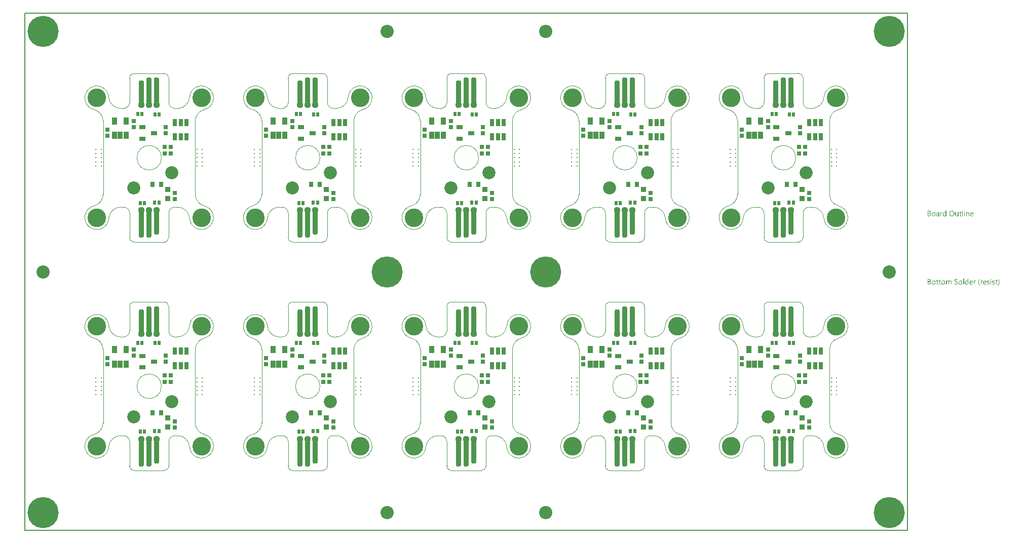
<source format=gbs>
G04*
G04 #@! TF.GenerationSoftware,Altium Limited,Altium Designer,21.8.1 (53)*
G04*
G04 Layer_Color=16711935*
%FSAX25Y25*%
%MOIN*%
G70*
G04*
G04 #@! TF.SameCoordinates,C38F2C0A-75D8-41A6-A347-4ED76E5A57E3*
G04*
G04*
G04 #@! TF.FilePolarity,Negative*
G04*
G01*
G75*
%ADD14C,0.00787*%
%ADD15C,0.00394*%
G04:AMPARAMS|DCode=26|XSize=35.43mil|YSize=169.29mil|CornerRadius=13.82mil|HoleSize=0mil|Usage=FLASHONLY|Rotation=0.000|XOffset=0mil|YOffset=0mil|HoleType=Round|Shape=RoundedRectangle|*
%AMROUNDEDRECTD26*
21,1,0.03543,0.14165,0,0,0.0*
21,1,0.00780,0.16929,0,0,0.0*
1,1,0.02764,0.00390,-0.07083*
1,1,0.02764,-0.00390,-0.07083*
1,1,0.02764,-0.00390,0.07083*
1,1,0.02764,0.00390,0.07083*
%
%ADD26ROUNDEDRECTD26*%
G04:AMPARAMS|DCode=27|XSize=35.43mil|YSize=188.98mil|CornerRadius=13.82mil|HoleSize=0mil|Usage=FLASHONLY|Rotation=0.000|XOffset=0mil|YOffset=0mil|HoleType=Round|Shape=RoundedRectangle|*
%AMROUNDEDRECTD27*
21,1,0.03543,0.16134,0,0,0.0*
21,1,0.00780,0.18898,0,0,0.0*
1,1,0.02764,0.00390,-0.08067*
1,1,0.02764,-0.00390,-0.08067*
1,1,0.02764,-0.00390,0.08067*
1,1,0.02764,0.00390,0.08067*
%
%ADD27ROUNDEDRECTD27*%
%ADD35C,0.04370*%
%ADD36C,0.00800*%
%ADD37C,0.20485*%
%ADD38C,0.00591*%
%ADD39C,0.08591*%
%ADD40C,0.12205*%
%ADD41C,0.08674*%
%ADD42R,0.02953X0.04528*%
%ADD43R,0.03740X0.03740*%
%ADD44R,0.03347X0.04528*%
%ADD45R,0.02756X0.02559*%
%ADD46R,0.01968X0.03150*%
%ADD47R,0.02559X0.02756*%
%ADD48R,0.02559X0.02756*%
%ADD49R,0.02756X0.02559*%
%ADD50R,0.02953X0.03740*%
%ADD51R,0.04134X0.02953*%
G36*
X0598422Y0190826D02*
X0598446D01*
X0598502Y0190802D01*
X0598533Y0190783D01*
X0598564Y0190758D01*
X0598570Y0190752D01*
X0598576Y0190746D01*
X0598607Y0190709D01*
X0598632Y0190647D01*
X0598638Y0190610D01*
X0598644Y0190573D01*
Y0190567D01*
Y0190554D01*
X0598638Y0190536D01*
X0598632Y0190511D01*
X0598614Y0190449D01*
X0598589Y0190418D01*
X0598564Y0190387D01*
X0598558D01*
X0598552Y0190375D01*
X0598515Y0190350D01*
X0598459Y0190325D01*
X0598422Y0190319D01*
X0598385Y0190313D01*
X0598366D01*
X0598347Y0190319D01*
X0598323D01*
X0598261Y0190344D01*
X0598230Y0190356D01*
X0598199Y0190381D01*
Y0190387D01*
X0598186Y0190393D01*
X0598174Y0190412D01*
X0598162Y0190430D01*
X0598137Y0190492D01*
X0598131Y0190529D01*
X0598125Y0190573D01*
Y0190579D01*
Y0190591D01*
X0598131Y0190610D01*
X0598137Y0190641D01*
X0598155Y0190697D01*
X0598174Y0190727D01*
X0598199Y0190758D01*
X0598205Y0190765D01*
X0598211Y0190771D01*
X0598248Y0190796D01*
X0598310Y0190820D01*
X0598347Y0190833D01*
X0598403D01*
X0598422Y0190826D01*
D02*
G37*
G36*
X0586432Y0187162D02*
X0586029D01*
Y0187583D01*
X0586017D01*
Y0187577D01*
X0586004Y0187564D01*
X0585986Y0187540D01*
X0585967Y0187509D01*
X0585936Y0187471D01*
X0585899Y0187434D01*
X0585856Y0187391D01*
X0585807Y0187348D01*
X0585751Y0187298D01*
X0585683Y0187255D01*
X0585615Y0187218D01*
X0585534Y0187181D01*
X0585454Y0187150D01*
X0585361Y0187125D01*
X0585262Y0187112D01*
X0585156Y0187106D01*
X0585113D01*
X0585076Y0187112D01*
X0585039Y0187119D01*
X0584989Y0187125D01*
X0584884Y0187150D01*
X0584760Y0187187D01*
X0584636Y0187249D01*
X0584569Y0187286D01*
X0584513Y0187329D01*
X0584451Y0187385D01*
X0584395Y0187441D01*
Y0187447D01*
X0584383Y0187459D01*
X0584370Y0187478D01*
X0584352Y0187503D01*
X0584333Y0187533D01*
X0584308Y0187577D01*
X0584284Y0187626D01*
X0584259Y0187682D01*
X0584228Y0187744D01*
X0584203Y0187812D01*
X0584178Y0187886D01*
X0584160Y0187967D01*
X0584141Y0188053D01*
X0584129Y0188152D01*
X0584123Y0188251D01*
X0584117Y0188357D01*
Y0188363D01*
Y0188381D01*
Y0188419D01*
X0584123Y0188462D01*
X0584129Y0188511D01*
X0584135Y0188573D01*
X0584141Y0188641D01*
X0584154Y0188716D01*
X0584191Y0188877D01*
X0584247Y0189044D01*
X0584284Y0189124D01*
X0584327Y0189205D01*
X0584370Y0189279D01*
X0584426Y0189353D01*
X0584432Y0189359D01*
X0584439Y0189372D01*
X0584457Y0189390D01*
X0584482Y0189415D01*
X0584513Y0189440D01*
X0584556Y0189471D01*
X0584599Y0189508D01*
X0584649Y0189545D01*
X0584773Y0189613D01*
X0584915Y0189675D01*
X0584996Y0189694D01*
X0585082Y0189712D01*
X0585169Y0189725D01*
X0585268Y0189731D01*
X0585318D01*
X0585355Y0189725D01*
X0585392Y0189718D01*
X0585441Y0189712D01*
X0585553Y0189681D01*
X0585676Y0189632D01*
X0585738Y0189601D01*
X0585800Y0189558D01*
X0585862Y0189514D01*
X0585918Y0189459D01*
X0585967Y0189397D01*
X0586017Y0189322D01*
X0586029D01*
Y0190882D01*
X0586432D01*
Y0187162D01*
D02*
G37*
G36*
X0600700Y0189725D02*
X0600774Y0189718D01*
X0600867Y0189700D01*
X0600966Y0189669D01*
X0601071Y0189620D01*
X0601176Y0189551D01*
X0601220Y0189514D01*
X0601263Y0189465D01*
X0601275Y0189452D01*
X0601300Y0189415D01*
X0601331Y0189353D01*
X0601374Y0189267D01*
X0601411Y0189161D01*
X0601449Y0189031D01*
X0601473Y0188877D01*
X0601479Y0188697D01*
Y0187162D01*
X0601077D01*
Y0188592D01*
Y0188598D01*
Y0188629D01*
X0601071Y0188666D01*
Y0188716D01*
X0601059Y0188778D01*
X0601046Y0188846D01*
X0601028Y0188920D01*
X0601003Y0188994D01*
X0600972Y0189068D01*
X0600935Y0189137D01*
X0600885Y0189205D01*
X0600830Y0189267D01*
X0600768Y0189316D01*
X0600687Y0189353D01*
X0600601Y0189384D01*
X0600495Y0189390D01*
X0600483D01*
X0600446Y0189384D01*
X0600390Y0189378D01*
X0600322Y0189359D01*
X0600242Y0189335D01*
X0600155Y0189291D01*
X0600074Y0189236D01*
X0599994Y0189161D01*
X0599988Y0189149D01*
X0599963Y0189124D01*
X0599932Y0189075D01*
X0599895Y0189007D01*
X0599858Y0188926D01*
X0599827Y0188827D01*
X0599802Y0188716D01*
X0599796Y0188592D01*
Y0187162D01*
X0599394D01*
Y0189675D01*
X0599796D01*
Y0189254D01*
X0599808D01*
X0599814Y0189260D01*
X0599821Y0189273D01*
X0599839Y0189298D01*
X0599864Y0189329D01*
X0599889Y0189366D01*
X0599926Y0189403D01*
X0599969Y0189446D01*
X0600019Y0189496D01*
X0600074Y0189539D01*
X0600136Y0189582D01*
X0600204Y0189620D01*
X0600279Y0189657D01*
X0600353Y0189688D01*
X0600440Y0189712D01*
X0600532Y0189725D01*
X0600632Y0189731D01*
X0600669D01*
X0600700Y0189725D01*
D02*
G37*
G36*
X0583702Y0189712D02*
X0583776Y0189706D01*
X0583819Y0189694D01*
X0583850Y0189681D01*
Y0189267D01*
X0583844Y0189273D01*
X0583832Y0189279D01*
X0583807Y0189291D01*
X0583776Y0189310D01*
X0583733Y0189322D01*
X0583677Y0189335D01*
X0583615Y0189341D01*
X0583547Y0189347D01*
X0583535D01*
X0583504Y0189341D01*
X0583454Y0189335D01*
X0583398Y0189316D01*
X0583324Y0189285D01*
X0583256Y0189242D01*
X0583182Y0189180D01*
X0583114Y0189100D01*
X0583108Y0189087D01*
X0583089Y0189056D01*
X0583058Y0189000D01*
X0583027Y0188926D01*
X0582996Y0188833D01*
X0582965Y0188716D01*
X0582947Y0188586D01*
X0582940Y0188437D01*
Y0187162D01*
X0582538D01*
Y0189675D01*
X0582940D01*
Y0189155D01*
X0582953D01*
Y0189161D01*
X0582959Y0189168D01*
X0582971Y0189199D01*
X0582990Y0189248D01*
X0583021Y0189310D01*
X0583052Y0189372D01*
X0583101Y0189440D01*
X0583151Y0189508D01*
X0583213Y0189570D01*
X0583219Y0189576D01*
X0583244Y0189595D01*
X0583281Y0189620D01*
X0583330Y0189644D01*
X0583386Y0189669D01*
X0583454Y0189694D01*
X0583529Y0189712D01*
X0583609Y0189718D01*
X0583665D01*
X0583702Y0189712D01*
D02*
G37*
G36*
X0594442Y0187162D02*
X0594039D01*
Y0187558D01*
X0594027D01*
Y0187552D01*
X0594014Y0187540D01*
X0594002Y0187515D01*
X0593977Y0187490D01*
X0593922Y0187416D01*
X0593835Y0187335D01*
X0593785Y0187292D01*
X0593730Y0187249D01*
X0593668Y0187212D01*
X0593594Y0187174D01*
X0593519Y0187150D01*
X0593439Y0187125D01*
X0593346Y0187112D01*
X0593253Y0187106D01*
X0593216D01*
X0593173Y0187112D01*
X0593111Y0187125D01*
X0593043Y0187137D01*
X0592968Y0187162D01*
X0592888Y0187193D01*
X0592807Y0187242D01*
X0592721Y0187298D01*
X0592640Y0187366D01*
X0592566Y0187453D01*
X0592498Y0187558D01*
X0592436Y0187676D01*
X0592393Y0187818D01*
X0592368Y0187985D01*
X0592355Y0188072D01*
Y0188171D01*
Y0189675D01*
X0592752D01*
Y0188233D01*
Y0188227D01*
Y0188202D01*
X0592758Y0188159D01*
X0592764Y0188109D01*
X0592770Y0188047D01*
X0592783Y0187985D01*
X0592801Y0187911D01*
X0592826Y0187837D01*
X0592863Y0187762D01*
X0592900Y0187694D01*
X0592950Y0187626D01*
X0593012Y0187564D01*
X0593080Y0187515D01*
X0593160Y0187478D01*
X0593259Y0187447D01*
X0593364Y0187441D01*
X0593377D01*
X0593414Y0187447D01*
X0593470Y0187453D01*
X0593532Y0187465D01*
X0593612Y0187496D01*
X0593692Y0187533D01*
X0593773Y0187583D01*
X0593847Y0187657D01*
X0593854Y0187670D01*
X0593878Y0187694D01*
X0593909Y0187744D01*
X0593946Y0187812D01*
X0593977Y0187892D01*
X0594008Y0187991D01*
X0594033Y0188103D01*
X0594039Y0188227D01*
Y0189675D01*
X0594442D01*
Y0187162D01*
D02*
G37*
G36*
X0598576D02*
X0598174D01*
Y0189675D01*
X0598576D01*
Y0187162D01*
D02*
G37*
G36*
X0597357D02*
X0596955D01*
Y0190882D01*
X0597357D01*
Y0187162D01*
D02*
G37*
G36*
X0580978Y0189725D02*
X0581034Y0189718D01*
X0581102Y0189700D01*
X0581176Y0189681D01*
X0581257Y0189650D01*
X0581344Y0189613D01*
X0581424Y0189564D01*
X0581504Y0189502D01*
X0581579Y0189428D01*
X0581647Y0189335D01*
X0581703Y0189230D01*
X0581746Y0189106D01*
X0581771Y0188963D01*
X0581783Y0188796D01*
Y0187162D01*
X0581381D01*
Y0187552D01*
X0581368D01*
Y0187546D01*
X0581356Y0187533D01*
X0581344Y0187509D01*
X0581319Y0187484D01*
X0581257Y0187410D01*
X0581176Y0187329D01*
X0581065Y0187249D01*
X0580935Y0187174D01*
X0580855Y0187150D01*
X0580774Y0187125D01*
X0580687Y0187112D01*
X0580594Y0187106D01*
X0580557D01*
X0580533Y0187112D01*
X0580465Y0187119D01*
X0580384Y0187131D01*
X0580285Y0187156D01*
X0580192Y0187187D01*
X0580093Y0187236D01*
X0580006Y0187298D01*
X0580000Y0187311D01*
X0579976Y0187335D01*
X0579938Y0187379D01*
X0579901Y0187441D01*
X0579864Y0187515D01*
X0579827Y0187601D01*
X0579802Y0187707D01*
X0579796Y0187824D01*
Y0187830D01*
Y0187855D01*
X0579802Y0187892D01*
X0579808Y0187936D01*
X0579821Y0187991D01*
X0579839Y0188053D01*
X0579864Y0188121D01*
X0579901Y0188190D01*
X0579945Y0188264D01*
X0580000Y0188338D01*
X0580068Y0188406D01*
X0580149Y0188468D01*
X0580242Y0188530D01*
X0580353Y0188579D01*
X0580477Y0188617D01*
X0580625Y0188648D01*
X0581381Y0188753D01*
Y0188759D01*
Y0188778D01*
X0581374Y0188815D01*
Y0188852D01*
X0581362Y0188901D01*
X0581356Y0188957D01*
X0581319Y0189075D01*
X0581288Y0189130D01*
X0581257Y0189186D01*
X0581214Y0189242D01*
X0581164Y0189291D01*
X0581102Y0189335D01*
X0581034Y0189366D01*
X0580954Y0189384D01*
X0580861Y0189390D01*
X0580817D01*
X0580786Y0189384D01*
X0580743D01*
X0580700Y0189372D01*
X0580588Y0189353D01*
X0580465Y0189316D01*
X0580328Y0189260D01*
X0580254Y0189223D01*
X0580186Y0189186D01*
X0580112Y0189137D01*
X0580044Y0189081D01*
Y0189496D01*
X0580050D01*
X0580062Y0189508D01*
X0580081Y0189520D01*
X0580112Y0189533D01*
X0580143Y0189551D01*
X0580186Y0189570D01*
X0580235Y0189588D01*
X0580291Y0189613D01*
X0580415Y0189657D01*
X0580563Y0189694D01*
X0580724Y0189718D01*
X0580898Y0189731D01*
X0580935D01*
X0580978Y0189725D01*
D02*
G37*
G36*
X0575290Y0190672D02*
X0575333D01*
X0575376Y0190666D01*
X0575475Y0190653D01*
X0575593Y0190622D01*
X0575717Y0190585D01*
X0575834Y0190529D01*
X0575940Y0190455D01*
X0575946D01*
X0575952Y0190443D01*
X0575983Y0190418D01*
X0576026Y0190368D01*
X0576076Y0190300D01*
X0576119Y0190214D01*
X0576162Y0190115D01*
X0576193Y0190003D01*
X0576206Y0189941D01*
Y0189873D01*
Y0189867D01*
Y0189861D01*
Y0189824D01*
X0576200Y0189768D01*
X0576187Y0189700D01*
X0576169Y0189613D01*
X0576138Y0189527D01*
X0576100Y0189440D01*
X0576045Y0189353D01*
X0576039Y0189341D01*
X0576014Y0189316D01*
X0575977Y0189279D01*
X0575927Y0189230D01*
X0575865Y0189180D01*
X0575791Y0189124D01*
X0575698Y0189081D01*
X0575599Y0189038D01*
Y0189031D01*
X0575618D01*
X0575636Y0189025D01*
X0575655Y0189019D01*
X0575723Y0189007D01*
X0575803Y0188982D01*
X0575890Y0188945D01*
X0575983Y0188901D01*
X0576076Y0188839D01*
X0576162Y0188759D01*
X0576175Y0188747D01*
X0576200Y0188716D01*
X0576230Y0188672D01*
X0576274Y0188604D01*
X0576311Y0188518D01*
X0576348Y0188419D01*
X0576373Y0188301D01*
X0576379Y0188171D01*
Y0188165D01*
Y0188152D01*
Y0188128D01*
X0576373Y0188097D01*
X0576367Y0188060D01*
X0576361Y0188016D01*
X0576336Y0187911D01*
X0576299Y0187793D01*
X0576243Y0187670D01*
X0576206Y0187614D01*
X0576162Y0187552D01*
X0576107Y0187496D01*
X0576051Y0187441D01*
X0576045D01*
X0576039Y0187428D01*
X0576020Y0187416D01*
X0575995Y0187397D01*
X0575964Y0187379D01*
X0575921Y0187354D01*
X0575828Y0187304D01*
X0575711Y0187249D01*
X0575574Y0187205D01*
X0575414Y0187174D01*
X0575333Y0187168D01*
X0575240Y0187162D01*
X0574213D01*
Y0190678D01*
X0575259D01*
X0575290Y0190672D01*
D02*
G37*
G36*
X0595785Y0189675D02*
X0596422D01*
Y0189329D01*
X0595785D01*
Y0187911D01*
Y0187899D01*
Y0187868D01*
X0595791Y0187824D01*
X0595797Y0187769D01*
X0595822Y0187651D01*
X0595840Y0187595D01*
X0595871Y0187552D01*
X0595878Y0187546D01*
X0595890Y0187533D01*
X0595908Y0187521D01*
X0595939Y0187503D01*
X0595977Y0187478D01*
X0596026Y0187465D01*
X0596088Y0187453D01*
X0596156Y0187447D01*
X0596181D01*
X0596212Y0187453D01*
X0596249Y0187459D01*
X0596336Y0187484D01*
X0596379Y0187503D01*
X0596422Y0187527D01*
Y0187181D01*
X0596416D01*
X0596397Y0187168D01*
X0596367Y0187162D01*
X0596323Y0187150D01*
X0596268Y0187137D01*
X0596206Y0187125D01*
X0596131Y0187119D01*
X0596045Y0187112D01*
X0596014D01*
X0595983Y0187119D01*
X0595939Y0187125D01*
X0595890Y0187137D01*
X0595834Y0187150D01*
X0595779Y0187174D01*
X0595717Y0187205D01*
X0595655Y0187242D01*
X0595593Y0187292D01*
X0595537Y0187348D01*
X0595488Y0187422D01*
X0595444Y0187503D01*
X0595413Y0187601D01*
X0595389Y0187713D01*
X0595382Y0187843D01*
Y0189329D01*
X0594955D01*
Y0189675D01*
X0595382D01*
Y0190288D01*
X0595785Y0190418D01*
Y0189675D01*
D02*
G37*
G36*
X0603312Y0189725D02*
X0603355Y0189718D01*
X0603398Y0189712D01*
X0603510Y0189694D01*
X0603634Y0189650D01*
X0603757Y0189595D01*
X0603819Y0189558D01*
X0603881Y0189514D01*
X0603937Y0189465D01*
X0603993Y0189409D01*
X0603999Y0189403D01*
X0604005Y0189397D01*
X0604017Y0189378D01*
X0604036Y0189353D01*
X0604055Y0189316D01*
X0604079Y0189279D01*
X0604104Y0189236D01*
X0604129Y0189180D01*
X0604154Y0189118D01*
X0604178Y0189056D01*
X0604203Y0188982D01*
X0604222Y0188901D01*
X0604240Y0188815D01*
X0604253Y0188728D01*
X0604265Y0188629D01*
Y0188524D01*
Y0188313D01*
X0602489D01*
Y0188307D01*
Y0188295D01*
Y0188276D01*
X0602495Y0188245D01*
X0602501Y0188208D01*
Y0188171D01*
X0602520Y0188072D01*
X0602550Y0187973D01*
X0602588Y0187862D01*
X0602643Y0187756D01*
X0602711Y0187663D01*
X0602724Y0187651D01*
X0602748Y0187626D01*
X0602798Y0187595D01*
X0602866Y0187552D01*
X0602953Y0187509D01*
X0603052Y0187478D01*
X0603169Y0187453D01*
X0603306Y0187441D01*
X0603349D01*
X0603380Y0187447D01*
X0603417D01*
X0603460Y0187453D01*
X0603566Y0187478D01*
X0603683Y0187509D01*
X0603813Y0187558D01*
X0603949Y0187626D01*
X0604017Y0187670D01*
X0604085Y0187719D01*
Y0187341D01*
X0604079D01*
X0604073Y0187329D01*
X0604055Y0187323D01*
X0604024Y0187304D01*
X0603993Y0187286D01*
X0603956Y0187267D01*
X0603906Y0187249D01*
X0603857Y0187224D01*
X0603795Y0187199D01*
X0603726Y0187181D01*
X0603578Y0187144D01*
X0603405Y0187119D01*
X0603213Y0187106D01*
X0603163D01*
X0603126Y0187112D01*
X0603083Y0187119D01*
X0603027Y0187125D01*
X0602909Y0187150D01*
X0602773Y0187187D01*
X0602637Y0187249D01*
X0602569Y0187292D01*
X0602501Y0187335D01*
X0602439Y0187385D01*
X0602377Y0187447D01*
X0602371Y0187453D01*
X0602365Y0187465D01*
X0602352Y0187484D01*
X0602328Y0187509D01*
X0602309Y0187546D01*
X0602284Y0187589D01*
X0602253Y0187639D01*
X0602228Y0187694D01*
X0602198Y0187756D01*
X0602173Y0187830D01*
X0602142Y0187911D01*
X0602123Y0187998D01*
X0602105Y0188091D01*
X0602086Y0188190D01*
X0602080Y0188295D01*
X0602074Y0188406D01*
Y0188412D01*
Y0188431D01*
Y0188462D01*
X0602080Y0188505D01*
X0602086Y0188555D01*
X0602092Y0188610D01*
X0602099Y0188679D01*
X0602117Y0188747D01*
X0602154Y0188895D01*
X0602210Y0189056D01*
X0602247Y0189137D01*
X0602297Y0189211D01*
X0602346Y0189291D01*
X0602402Y0189359D01*
X0602408Y0189366D01*
X0602420Y0189378D01*
X0602439Y0189397D01*
X0602464Y0189415D01*
X0602495Y0189446D01*
X0602532Y0189477D01*
X0602581Y0189508D01*
X0602631Y0189545D01*
X0602748Y0189613D01*
X0602891Y0189675D01*
X0602971Y0189694D01*
X0603052Y0189712D01*
X0603138Y0189725D01*
X0603231Y0189731D01*
X0603281D01*
X0603312Y0189725D01*
D02*
G37*
G36*
X0590269Y0190734D02*
X0590331Y0190727D01*
X0590406Y0190715D01*
X0590486Y0190697D01*
X0590573Y0190678D01*
X0590659Y0190653D01*
X0590759Y0190622D01*
X0590851Y0190579D01*
X0590950Y0190529D01*
X0591049Y0190474D01*
X0591142Y0190406D01*
X0591235Y0190331D01*
X0591322Y0190245D01*
X0591328Y0190238D01*
X0591340Y0190220D01*
X0591365Y0190195D01*
X0591390Y0190158D01*
X0591427Y0190109D01*
X0591464Y0190047D01*
X0591501Y0189979D01*
X0591545Y0189904D01*
X0591588Y0189811D01*
X0591625Y0189718D01*
X0591662Y0189613D01*
X0591699Y0189496D01*
X0591724Y0189378D01*
X0591749Y0189248D01*
X0591761Y0189106D01*
X0591767Y0188963D01*
Y0188951D01*
Y0188926D01*
Y0188883D01*
X0591761Y0188821D01*
X0591755Y0188747D01*
X0591743Y0188666D01*
X0591730Y0188573D01*
X0591712Y0188468D01*
X0591687Y0188363D01*
X0591656Y0188251D01*
X0591619Y0188140D01*
X0591575Y0188029D01*
X0591520Y0187911D01*
X0591458Y0187806D01*
X0591390Y0187700D01*
X0591309Y0187601D01*
X0591303Y0187595D01*
X0591291Y0187583D01*
X0591260Y0187558D01*
X0591229Y0187527D01*
X0591179Y0187484D01*
X0591124Y0187447D01*
X0591062Y0187397D01*
X0590987Y0187354D01*
X0590907Y0187311D01*
X0590814Y0187261D01*
X0590715Y0187224D01*
X0590604Y0187187D01*
X0590486Y0187150D01*
X0590362Y0187125D01*
X0590232Y0187112D01*
X0590090Y0187106D01*
X0590059D01*
X0590016Y0187112D01*
X0589966D01*
X0589904Y0187119D01*
X0589830Y0187131D01*
X0589749Y0187150D01*
X0589657Y0187168D01*
X0589564Y0187193D01*
X0589465Y0187224D01*
X0589366Y0187267D01*
X0589267Y0187311D01*
X0589168Y0187366D01*
X0589069Y0187434D01*
X0588976Y0187509D01*
X0588889Y0187595D01*
X0588883Y0187601D01*
X0588870Y0187620D01*
X0588846Y0187645D01*
X0588821Y0187682D01*
X0588784Y0187732D01*
X0588747Y0187793D01*
X0588710Y0187862D01*
X0588666Y0187942D01*
X0588623Y0188029D01*
X0588586Y0188121D01*
X0588549Y0188227D01*
X0588512Y0188344D01*
X0588487Y0188462D01*
X0588462Y0188592D01*
X0588450Y0188734D01*
X0588443Y0188877D01*
Y0188889D01*
Y0188914D01*
X0588450Y0188957D01*
Y0189019D01*
X0588456Y0189087D01*
X0588468Y0189174D01*
X0588481Y0189267D01*
X0588499Y0189366D01*
X0588524Y0189471D01*
X0588555Y0189582D01*
X0588592Y0189694D01*
X0588635Y0189805D01*
X0588691Y0189917D01*
X0588753Y0190028D01*
X0588821Y0190133D01*
X0588902Y0190232D01*
X0588908Y0190238D01*
X0588920Y0190257D01*
X0588951Y0190282D01*
X0588988Y0190313D01*
X0589032Y0190350D01*
X0589087Y0190393D01*
X0589155Y0190436D01*
X0589229Y0190486D01*
X0589316Y0190536D01*
X0589409Y0190579D01*
X0589508Y0190622D01*
X0589619Y0190659D01*
X0589743Y0190690D01*
X0589873Y0190721D01*
X0590009Y0190734D01*
X0590152Y0190740D01*
X0590220D01*
X0590269Y0190734D01*
D02*
G37*
G36*
X0578242Y0189725D02*
X0578286Y0189718D01*
X0578341Y0189712D01*
X0578465Y0189688D01*
X0578608Y0189644D01*
X0578750Y0189582D01*
X0578824Y0189545D01*
X0578892Y0189502D01*
X0578960Y0189446D01*
X0579022Y0189384D01*
X0579028Y0189378D01*
X0579035Y0189366D01*
X0579053Y0189347D01*
X0579072Y0189322D01*
X0579097Y0189285D01*
X0579121Y0189242D01*
X0579152Y0189192D01*
X0579183Y0189137D01*
X0579208Y0189068D01*
X0579239Y0189000D01*
X0579264Y0188920D01*
X0579288Y0188833D01*
X0579307Y0188741D01*
X0579325Y0188641D01*
X0579332Y0188536D01*
X0579338Y0188425D01*
Y0188419D01*
Y0188400D01*
Y0188369D01*
X0579332Y0188326D01*
X0579325Y0188276D01*
X0579319Y0188214D01*
X0579307Y0188152D01*
X0579295Y0188078D01*
X0579257Y0187930D01*
X0579195Y0187769D01*
X0579158Y0187688D01*
X0579109Y0187608D01*
X0579059Y0187533D01*
X0578998Y0187465D01*
X0578991Y0187459D01*
X0578979Y0187453D01*
X0578960Y0187434D01*
X0578936Y0187410D01*
X0578898Y0187385D01*
X0578861Y0187354D01*
X0578812Y0187317D01*
X0578756Y0187286D01*
X0578694Y0187255D01*
X0578626Y0187218D01*
X0578552Y0187187D01*
X0578471Y0187162D01*
X0578385Y0187137D01*
X0578292Y0187125D01*
X0578193Y0187112D01*
X0578088Y0187106D01*
X0578032D01*
X0577995Y0187112D01*
X0577951Y0187119D01*
X0577896Y0187125D01*
X0577834Y0187137D01*
X0577766Y0187150D01*
X0577623Y0187193D01*
X0577475Y0187255D01*
X0577400Y0187292D01*
X0577332Y0187341D01*
X0577264Y0187391D01*
X0577196Y0187453D01*
X0577190Y0187459D01*
X0577184Y0187471D01*
X0577165Y0187490D01*
X0577147Y0187515D01*
X0577122Y0187552D01*
X0577091Y0187595D01*
X0577060Y0187645D01*
X0577035Y0187700D01*
X0577004Y0187769D01*
X0576973Y0187837D01*
X0576942Y0187911D01*
X0576918Y0187998D01*
X0576881Y0188183D01*
X0576874Y0188282D01*
X0576868Y0188388D01*
Y0188394D01*
Y0188419D01*
Y0188450D01*
X0576874Y0188493D01*
X0576881Y0188542D01*
X0576887Y0188604D01*
X0576899Y0188672D01*
X0576911Y0188747D01*
X0576949Y0188908D01*
X0577010Y0189068D01*
X0577054Y0189149D01*
X0577097Y0189230D01*
X0577147Y0189304D01*
X0577209Y0189372D01*
X0577215Y0189378D01*
X0577227Y0189390D01*
X0577246Y0189403D01*
X0577270Y0189428D01*
X0577308Y0189452D01*
X0577351Y0189483D01*
X0577400Y0189520D01*
X0577456Y0189551D01*
X0577518Y0189582D01*
X0577592Y0189620D01*
X0577667Y0189650D01*
X0577753Y0189675D01*
X0577840Y0189700D01*
X0577939Y0189718D01*
X0578044Y0189725D01*
X0578149Y0189731D01*
X0578205D01*
X0578242Y0189725D01*
D02*
G37*
G36*
X0615853Y0145900D02*
X0615877D01*
X0615933Y0145875D01*
X0615964Y0145857D01*
X0615995Y0145832D01*
X0616001Y0145826D01*
X0616008Y0145819D01*
X0616038Y0145782D01*
X0616063Y0145721D01*
X0616069Y0145683D01*
X0616076Y0145646D01*
Y0145640D01*
Y0145628D01*
X0616069Y0145609D01*
X0616063Y0145584D01*
X0616045Y0145522D01*
X0616020Y0145492D01*
X0615995Y0145460D01*
X0615989D01*
X0615983Y0145448D01*
X0615946Y0145423D01*
X0615890Y0145399D01*
X0615853Y0145392D01*
X0615816Y0145386D01*
X0615797D01*
X0615778Y0145392D01*
X0615754D01*
X0615692Y0145417D01*
X0615661Y0145430D01*
X0615630Y0145454D01*
Y0145460D01*
X0615618Y0145467D01*
X0615605Y0145485D01*
X0615593Y0145504D01*
X0615568Y0145566D01*
X0615562Y0145603D01*
X0615556Y0145646D01*
Y0145652D01*
Y0145665D01*
X0615562Y0145683D01*
X0615568Y0145714D01*
X0615587Y0145770D01*
X0615605Y0145801D01*
X0615630Y0145832D01*
X0615636Y0145838D01*
X0615642Y0145844D01*
X0615679Y0145869D01*
X0615741Y0145894D01*
X0615778Y0145906D01*
X0615834D01*
X0615853Y0145900D01*
D02*
G37*
G36*
X0593284Y0145807D02*
X0593333D01*
X0593445Y0145795D01*
X0593569Y0145782D01*
X0593692Y0145758D01*
X0593810Y0145727D01*
X0593860Y0145708D01*
X0593909Y0145683D01*
Y0145219D01*
X0593903D01*
X0593897Y0145231D01*
X0593878Y0145238D01*
X0593854Y0145256D01*
X0593822Y0145269D01*
X0593785Y0145287D01*
X0593692Y0145331D01*
X0593581Y0145368D01*
X0593445Y0145405D01*
X0593284Y0145430D01*
X0593111Y0145436D01*
X0593061D01*
X0593024Y0145430D01*
X0592987D01*
X0592937Y0145423D01*
X0592838Y0145405D01*
X0592832D01*
X0592813Y0145399D01*
X0592789Y0145392D01*
X0592758Y0145386D01*
X0592684Y0145355D01*
X0592597Y0145318D01*
X0592591D01*
X0592578Y0145306D01*
X0592560Y0145293D01*
X0592535Y0145275D01*
X0592479Y0145219D01*
X0592424Y0145151D01*
Y0145145D01*
X0592411Y0145132D01*
X0592405Y0145114D01*
X0592393Y0145083D01*
X0592380Y0145046D01*
X0592374Y0145009D01*
X0592362Y0144910D01*
Y0144903D01*
Y0144885D01*
Y0144860D01*
X0592368Y0144829D01*
X0592380Y0144755D01*
X0592411Y0144674D01*
Y0144668D01*
X0592424Y0144656D01*
X0592430Y0144637D01*
X0592448Y0144613D01*
X0592498Y0144557D01*
X0592560Y0144495D01*
X0592566Y0144489D01*
X0592578Y0144483D01*
X0592597Y0144464D01*
X0592628Y0144445D01*
X0592665Y0144421D01*
X0592702Y0144396D01*
X0592801Y0144334D01*
X0592807Y0144328D01*
X0592826Y0144322D01*
X0592857Y0144303D01*
X0592894Y0144284D01*
X0592943Y0144260D01*
X0592999Y0144235D01*
X0593123Y0144173D01*
X0593129Y0144167D01*
X0593154Y0144154D01*
X0593191Y0144136D01*
X0593241Y0144111D01*
X0593296Y0144086D01*
X0593358Y0144049D01*
X0593482Y0143975D01*
X0593488Y0143969D01*
X0593513Y0143956D01*
X0593544Y0143938D01*
X0593587Y0143907D01*
X0593680Y0143833D01*
X0593779Y0143746D01*
X0593785Y0143740D01*
X0593804Y0143727D01*
X0593822Y0143696D01*
X0593854Y0143665D01*
X0593884Y0143622D01*
X0593922Y0143579D01*
X0593983Y0143467D01*
X0593990Y0143461D01*
X0593996Y0143443D01*
X0594008Y0143412D01*
X0594021Y0143368D01*
X0594033Y0143319D01*
X0594045Y0143257D01*
X0594058Y0143195D01*
Y0143121D01*
Y0143108D01*
Y0143077D01*
X0594052Y0143028D01*
X0594045Y0142966D01*
X0594033Y0142898D01*
X0594014Y0142824D01*
X0593990Y0142749D01*
X0593953Y0142681D01*
X0593946Y0142675D01*
X0593934Y0142650D01*
X0593909Y0142619D01*
X0593884Y0142576D01*
X0593841Y0142533D01*
X0593798Y0142483D01*
X0593742Y0142434D01*
X0593680Y0142384D01*
X0593674Y0142378D01*
X0593649Y0142366D01*
X0593612Y0142347D01*
X0593563Y0142322D01*
X0593507Y0142297D01*
X0593439Y0142273D01*
X0593358Y0142248D01*
X0593278Y0142229D01*
X0593265D01*
X0593241Y0142223D01*
X0593197Y0142217D01*
X0593135Y0142205D01*
X0593067Y0142198D01*
X0592987Y0142186D01*
X0592900Y0142180D01*
X0592752D01*
X0592684Y0142186D01*
X0592597Y0142192D01*
X0592578D01*
X0592554Y0142198D01*
X0592523Y0142205D01*
X0592442Y0142211D01*
X0592349Y0142229D01*
X0592343D01*
X0592324Y0142236D01*
X0592300Y0142242D01*
X0592269Y0142248D01*
X0592195Y0142266D01*
X0592108Y0142291D01*
X0592102D01*
X0592089Y0142297D01*
X0592071Y0142304D01*
X0592046Y0142316D01*
X0591984Y0142341D01*
X0591922Y0142378D01*
Y0142861D01*
X0591928Y0142854D01*
X0591941Y0142848D01*
X0591953Y0142836D01*
X0591978Y0142817D01*
X0592046Y0142774D01*
X0592127Y0142725D01*
X0592133D01*
X0592145Y0142718D01*
X0592170Y0142706D01*
X0592201Y0142694D01*
X0592281Y0142656D01*
X0592368Y0142625D01*
X0592374D01*
X0592393Y0142619D01*
X0592417Y0142613D01*
X0592448Y0142607D01*
X0592535Y0142582D01*
X0592628Y0142564D01*
X0592653D01*
X0592677Y0142557D01*
X0592708D01*
X0592783Y0142551D01*
X0592869Y0142545D01*
X0592931D01*
X0592999Y0142551D01*
X0593086Y0142564D01*
X0593179Y0142576D01*
X0593272Y0142601D01*
X0593358Y0142638D01*
X0593439Y0142681D01*
X0593445Y0142687D01*
X0593470Y0142706D01*
X0593501Y0142743D01*
X0593532Y0142786D01*
X0593569Y0142842D01*
X0593594Y0142916D01*
X0593618Y0142997D01*
X0593624Y0143090D01*
Y0143096D01*
Y0143114D01*
Y0143139D01*
X0593618Y0143176D01*
X0593600Y0143257D01*
X0593563Y0143337D01*
Y0143343D01*
X0593550Y0143356D01*
X0593538Y0143375D01*
X0593519Y0143399D01*
X0593464Y0143461D01*
X0593389Y0143529D01*
X0593383Y0143535D01*
X0593371Y0143548D01*
X0593346Y0143560D01*
X0593315Y0143585D01*
X0593278Y0143610D01*
X0593234Y0143641D01*
X0593129Y0143696D01*
X0593123Y0143702D01*
X0593105Y0143709D01*
X0593074Y0143727D01*
X0593030Y0143746D01*
X0592987Y0143777D01*
X0592931Y0143802D01*
X0592801Y0143870D01*
X0592795Y0143876D01*
X0592770Y0143888D01*
X0592733Y0143907D01*
X0592690Y0143925D01*
X0592640Y0143956D01*
X0592585Y0143987D01*
X0592461Y0144055D01*
X0592454Y0144062D01*
X0592436Y0144074D01*
X0592405Y0144093D01*
X0592368Y0144117D01*
X0592275Y0144185D01*
X0592182Y0144266D01*
X0592176Y0144272D01*
X0592164Y0144284D01*
X0592139Y0144309D01*
X0592114Y0144340D01*
X0592083Y0144383D01*
X0592052Y0144427D01*
X0591996Y0144526D01*
Y0144532D01*
X0591984Y0144551D01*
X0591978Y0144581D01*
X0591965Y0144625D01*
X0591953Y0144674D01*
X0591941Y0144736D01*
X0591935Y0144798D01*
X0591928Y0144872D01*
Y0144885D01*
Y0144916D01*
X0591935Y0144959D01*
X0591941Y0145015D01*
X0591953Y0145083D01*
X0591972Y0145151D01*
X0591996Y0145219D01*
X0592034Y0145287D01*
X0592040Y0145293D01*
X0592052Y0145318D01*
X0592077Y0145349D01*
X0592108Y0145392D01*
X0592145Y0145436D01*
X0592195Y0145485D01*
X0592250Y0145535D01*
X0592312Y0145578D01*
X0592318Y0145584D01*
X0592343Y0145597D01*
X0592380Y0145622D01*
X0592424Y0145646D01*
X0592486Y0145671D01*
X0592547Y0145702D01*
X0592622Y0145727D01*
X0592702Y0145751D01*
X0592715D01*
X0592739Y0145764D01*
X0592783Y0145770D01*
X0592844Y0145782D01*
X0592913Y0145795D01*
X0592987Y0145801D01*
X0593154Y0145813D01*
X0593241D01*
X0593284Y0145807D01*
D02*
G37*
G36*
X0601015Y0142236D02*
X0600613D01*
Y0142656D01*
X0600601D01*
Y0142650D01*
X0600588Y0142638D01*
X0600570Y0142613D01*
X0600551Y0142582D01*
X0600520Y0142545D01*
X0600483Y0142508D01*
X0600440Y0142465D01*
X0600390Y0142421D01*
X0600334Y0142372D01*
X0600266Y0142328D01*
X0600198Y0142291D01*
X0600118Y0142254D01*
X0600037Y0142223D01*
X0599944Y0142198D01*
X0599845Y0142186D01*
X0599740Y0142180D01*
X0599697D01*
X0599660Y0142186D01*
X0599622Y0142192D01*
X0599573Y0142198D01*
X0599468Y0142223D01*
X0599344Y0142260D01*
X0599220Y0142322D01*
X0599152Y0142359D01*
X0599096Y0142403D01*
X0599035Y0142458D01*
X0598979Y0142514D01*
Y0142520D01*
X0598966Y0142533D01*
X0598954Y0142551D01*
X0598936Y0142576D01*
X0598917Y0142607D01*
X0598892Y0142650D01*
X0598867Y0142700D01*
X0598843Y0142755D01*
X0598812Y0142817D01*
X0598787Y0142885D01*
X0598762Y0142960D01*
X0598744Y0143040D01*
X0598725Y0143127D01*
X0598713Y0143226D01*
X0598706Y0143325D01*
X0598700Y0143430D01*
Y0143436D01*
Y0143455D01*
Y0143492D01*
X0598706Y0143535D01*
X0598713Y0143585D01*
X0598719Y0143647D01*
X0598725Y0143715D01*
X0598737Y0143789D01*
X0598774Y0143950D01*
X0598830Y0144117D01*
X0598867Y0144198D01*
X0598911Y0144278D01*
X0598954Y0144352D01*
X0599010Y0144427D01*
X0599016Y0144433D01*
X0599022Y0144445D01*
X0599041Y0144464D01*
X0599065Y0144489D01*
X0599096Y0144513D01*
X0599140Y0144544D01*
X0599183Y0144581D01*
X0599233Y0144619D01*
X0599356Y0144687D01*
X0599499Y0144749D01*
X0599579Y0144767D01*
X0599666Y0144786D01*
X0599753Y0144798D01*
X0599852Y0144804D01*
X0599901D01*
X0599938Y0144798D01*
X0599975Y0144792D01*
X0600025Y0144786D01*
X0600136Y0144755D01*
X0600260Y0144705D01*
X0600322Y0144674D01*
X0600384Y0144631D01*
X0600446Y0144588D01*
X0600501Y0144532D01*
X0600551Y0144470D01*
X0600601Y0144396D01*
X0600613D01*
Y0145956D01*
X0601015D01*
Y0142236D01*
D02*
G37*
G36*
X0617759Y0144798D02*
X0617840Y0144792D01*
X0617926Y0144780D01*
X0618025Y0144755D01*
X0618124Y0144730D01*
X0618223Y0144693D01*
Y0144284D01*
X0618211Y0144291D01*
X0618174Y0144315D01*
X0618118Y0144340D01*
X0618044Y0144377D01*
X0617951Y0144408D01*
X0617840Y0144439D01*
X0617716Y0144458D01*
X0617586Y0144464D01*
X0617518D01*
X0617456Y0144451D01*
X0617382Y0144439D01*
X0617376D01*
X0617369Y0144433D01*
X0617332Y0144421D01*
X0617283Y0144396D01*
X0617227Y0144365D01*
X0617214Y0144359D01*
X0617190Y0144334D01*
X0617159Y0144297D01*
X0617128Y0144254D01*
X0617122Y0144241D01*
X0617109Y0144210D01*
X0617097Y0144167D01*
X0617091Y0144111D01*
Y0144105D01*
Y0144093D01*
Y0144074D01*
X0617097Y0144055D01*
X0617109Y0144000D01*
X0617128Y0143944D01*
X0617134Y0143932D01*
X0617153Y0143907D01*
X0617190Y0143870D01*
X0617233Y0143826D01*
X0617239D01*
X0617245Y0143820D01*
X0617283Y0143795D01*
X0617332Y0143764D01*
X0617400Y0143734D01*
X0617406D01*
X0617419Y0143727D01*
X0617437Y0143721D01*
X0617468Y0143709D01*
X0617536Y0143684D01*
X0617623Y0143647D01*
X0617629D01*
X0617654Y0143634D01*
X0617685Y0143622D01*
X0617722Y0143610D01*
X0617821Y0143566D01*
X0617920Y0143517D01*
X0617926D01*
X0617945Y0143505D01*
X0617970Y0143492D01*
X0618001Y0143473D01*
X0618075Y0143424D01*
X0618149Y0143362D01*
X0618155Y0143356D01*
X0618168Y0143350D01*
X0618180Y0143331D01*
X0618205Y0143306D01*
X0618248Y0143245D01*
X0618292Y0143164D01*
Y0143158D01*
X0618298Y0143146D01*
X0618310Y0143121D01*
X0618316Y0143090D01*
X0618329Y0143053D01*
X0618335Y0143009D01*
X0618341Y0142904D01*
Y0142898D01*
Y0142873D01*
X0618335Y0142836D01*
X0618329Y0142793D01*
X0618323Y0142743D01*
X0618304Y0142687D01*
X0618285Y0142638D01*
X0618254Y0142582D01*
X0618248Y0142576D01*
X0618242Y0142557D01*
X0618223Y0142533D01*
X0618199Y0142502D01*
X0618168Y0142465D01*
X0618131Y0142427D01*
X0618038Y0142353D01*
X0618032Y0142347D01*
X0618013Y0142341D01*
X0617988Y0142322D01*
X0617945Y0142304D01*
X0617902Y0142279D01*
X0617846Y0142260D01*
X0617790Y0142242D01*
X0617722Y0142223D01*
X0617716D01*
X0617691Y0142217D01*
X0617654Y0142211D01*
X0617611Y0142205D01*
X0617549Y0142192D01*
X0617487Y0142186D01*
X0617345Y0142180D01*
X0617283D01*
X0617208Y0142186D01*
X0617115Y0142198D01*
X0617010Y0142217D01*
X0616899Y0142242D01*
X0616787Y0142273D01*
X0616676Y0142322D01*
Y0142755D01*
X0616682D01*
X0616688Y0142743D01*
X0616707Y0142731D01*
X0616732Y0142718D01*
X0616800Y0142681D01*
X0616893Y0142638D01*
X0616998Y0142588D01*
X0617122Y0142551D01*
X0617258Y0142526D01*
X0617400Y0142514D01*
X0617450D01*
X0617481Y0142520D01*
X0617567Y0142533D01*
X0617666Y0142557D01*
X0617759Y0142601D01*
X0617803Y0142632D01*
X0617846Y0142663D01*
X0617877Y0142706D01*
X0617902Y0142749D01*
X0617920Y0142805D01*
X0617926Y0142867D01*
Y0142873D01*
Y0142885D01*
Y0142904D01*
X0617920Y0142923D01*
X0617908Y0142978D01*
X0617883Y0143034D01*
Y0143040D01*
X0617877Y0143046D01*
X0617852Y0143077D01*
X0617815Y0143121D01*
X0617759Y0143158D01*
X0617753D01*
X0617747Y0143170D01*
X0617710Y0143189D01*
X0617654Y0143226D01*
X0617580Y0143257D01*
X0617573D01*
X0617561Y0143263D01*
X0617543Y0143275D01*
X0617512Y0143288D01*
X0617444Y0143313D01*
X0617357Y0143350D01*
X0617351D01*
X0617326Y0143362D01*
X0617295Y0143375D01*
X0617258Y0143387D01*
X0617159Y0143430D01*
X0617060Y0143480D01*
X0617054Y0143486D01*
X0617041Y0143492D01*
X0617016Y0143505D01*
X0616986Y0143523D01*
X0616917Y0143573D01*
X0616849Y0143628D01*
X0616843Y0143634D01*
X0616837Y0143641D01*
X0616818Y0143659D01*
X0616800Y0143684D01*
X0616756Y0143746D01*
X0616719Y0143820D01*
Y0143826D01*
X0616713Y0143839D01*
X0616707Y0143863D01*
X0616701Y0143894D01*
X0616695Y0143932D01*
X0616688Y0143975D01*
X0616682Y0144080D01*
Y0144086D01*
Y0144111D01*
X0616688Y0144142D01*
X0616695Y0144185D01*
X0616701Y0144235D01*
X0616719Y0144284D01*
X0616738Y0144340D01*
X0616763Y0144390D01*
X0616769Y0144396D01*
X0616775Y0144414D01*
X0616794Y0144439D01*
X0616818Y0144470D01*
X0616886Y0144544D01*
X0616973Y0144619D01*
X0616979Y0144625D01*
X0616998Y0144631D01*
X0617023Y0144650D01*
X0617066Y0144668D01*
X0617109Y0144693D01*
X0617159Y0144718D01*
X0617283Y0144755D01*
X0617289D01*
X0617314Y0144761D01*
X0617345Y0144773D01*
X0617394Y0144780D01*
X0617444Y0144792D01*
X0617506Y0144798D01*
X0617642Y0144804D01*
X0617697D01*
X0617759Y0144798D01*
D02*
G37*
G36*
X0614404D02*
X0614485Y0144792D01*
X0614571Y0144780D01*
X0614670Y0144755D01*
X0614770Y0144730D01*
X0614868Y0144693D01*
Y0144284D01*
X0614856Y0144291D01*
X0614819Y0144315D01*
X0614763Y0144340D01*
X0614689Y0144377D01*
X0614596Y0144408D01*
X0614485Y0144439D01*
X0614361Y0144458D01*
X0614231Y0144464D01*
X0614163D01*
X0614101Y0144451D01*
X0614027Y0144439D01*
X0614020D01*
X0614014Y0144433D01*
X0613977Y0144421D01*
X0613928Y0144396D01*
X0613872Y0144365D01*
X0613860Y0144359D01*
X0613835Y0144334D01*
X0613804Y0144297D01*
X0613773Y0144254D01*
X0613767Y0144241D01*
X0613754Y0144210D01*
X0613742Y0144167D01*
X0613736Y0144111D01*
Y0144105D01*
Y0144093D01*
Y0144074D01*
X0613742Y0144055D01*
X0613754Y0144000D01*
X0613773Y0143944D01*
X0613779Y0143932D01*
X0613798Y0143907D01*
X0613835Y0143870D01*
X0613878Y0143826D01*
X0613884D01*
X0613891Y0143820D01*
X0613928Y0143795D01*
X0613977Y0143764D01*
X0614045Y0143734D01*
X0614051D01*
X0614064Y0143727D01*
X0614082Y0143721D01*
X0614113Y0143709D01*
X0614181Y0143684D01*
X0614268Y0143647D01*
X0614274D01*
X0614299Y0143634D01*
X0614330Y0143622D01*
X0614367Y0143610D01*
X0614466Y0143566D01*
X0614565Y0143517D01*
X0614571D01*
X0614590Y0143505D01*
X0614615Y0143492D01*
X0614646Y0143473D01*
X0614720Y0143424D01*
X0614794Y0143362D01*
X0614800Y0143356D01*
X0614813Y0143350D01*
X0614825Y0143331D01*
X0614850Y0143306D01*
X0614893Y0143245D01*
X0614937Y0143164D01*
Y0143158D01*
X0614943Y0143146D01*
X0614955Y0143121D01*
X0614961Y0143090D01*
X0614974Y0143053D01*
X0614980Y0143009D01*
X0614986Y0142904D01*
Y0142898D01*
Y0142873D01*
X0614980Y0142836D01*
X0614974Y0142793D01*
X0614968Y0142743D01*
X0614949Y0142687D01*
X0614930Y0142638D01*
X0614899Y0142582D01*
X0614893Y0142576D01*
X0614887Y0142557D01*
X0614868Y0142533D01*
X0614844Y0142502D01*
X0614813Y0142465D01*
X0614776Y0142427D01*
X0614683Y0142353D01*
X0614677Y0142347D01*
X0614658Y0142341D01*
X0614633Y0142322D01*
X0614590Y0142304D01*
X0614547Y0142279D01*
X0614491Y0142260D01*
X0614435Y0142242D01*
X0614367Y0142223D01*
X0614361D01*
X0614336Y0142217D01*
X0614299Y0142211D01*
X0614256Y0142205D01*
X0614194Y0142192D01*
X0614132Y0142186D01*
X0613989Y0142180D01*
X0613928D01*
X0613853Y0142186D01*
X0613761Y0142198D01*
X0613655Y0142217D01*
X0613544Y0142242D01*
X0613432Y0142273D01*
X0613321Y0142322D01*
Y0142755D01*
X0613327D01*
X0613333Y0142743D01*
X0613352Y0142731D01*
X0613377Y0142718D01*
X0613445Y0142681D01*
X0613538Y0142638D01*
X0613643Y0142588D01*
X0613767Y0142551D01*
X0613903Y0142526D01*
X0614045Y0142514D01*
X0614095D01*
X0614126Y0142520D01*
X0614212Y0142533D01*
X0614311Y0142557D01*
X0614404Y0142601D01*
X0614448Y0142632D01*
X0614491Y0142663D01*
X0614522Y0142706D01*
X0614547Y0142749D01*
X0614565Y0142805D01*
X0614571Y0142867D01*
Y0142873D01*
Y0142885D01*
Y0142904D01*
X0614565Y0142923D01*
X0614553Y0142978D01*
X0614528Y0143034D01*
Y0143040D01*
X0614522Y0143046D01*
X0614497Y0143077D01*
X0614460Y0143121D01*
X0614404Y0143158D01*
X0614398D01*
X0614392Y0143170D01*
X0614355Y0143189D01*
X0614299Y0143226D01*
X0614225Y0143257D01*
X0614219D01*
X0614206Y0143263D01*
X0614188Y0143275D01*
X0614157Y0143288D01*
X0614089Y0143313D01*
X0614002Y0143350D01*
X0613996D01*
X0613971Y0143362D01*
X0613940Y0143375D01*
X0613903Y0143387D01*
X0613804Y0143430D01*
X0613705Y0143480D01*
X0613699Y0143486D01*
X0613686Y0143492D01*
X0613661Y0143505D01*
X0613630Y0143523D01*
X0613562Y0143573D01*
X0613494Y0143628D01*
X0613488Y0143634D01*
X0613482Y0143641D01*
X0613463Y0143659D01*
X0613445Y0143684D01*
X0613402Y0143746D01*
X0613364Y0143820D01*
Y0143826D01*
X0613358Y0143839D01*
X0613352Y0143863D01*
X0613346Y0143894D01*
X0613340Y0143932D01*
X0613333Y0143975D01*
X0613327Y0144080D01*
Y0144086D01*
Y0144111D01*
X0613333Y0144142D01*
X0613340Y0144185D01*
X0613346Y0144235D01*
X0613364Y0144284D01*
X0613383Y0144340D01*
X0613408Y0144390D01*
X0613414Y0144396D01*
X0613420Y0144414D01*
X0613439Y0144439D01*
X0613463Y0144470D01*
X0613531Y0144544D01*
X0613618Y0144619D01*
X0613624Y0144625D01*
X0613643Y0144631D01*
X0613668Y0144650D01*
X0613711Y0144668D01*
X0613754Y0144693D01*
X0613804Y0144718D01*
X0613928Y0144755D01*
X0613934D01*
X0613959Y0144761D01*
X0613989Y0144773D01*
X0614039Y0144780D01*
X0614089Y0144792D01*
X0614150Y0144798D01*
X0614287Y0144804D01*
X0614342D01*
X0614404Y0144798D01*
D02*
G37*
G36*
X0589149D02*
X0589205Y0144786D01*
X0589267Y0144773D01*
X0589335Y0144749D01*
X0589415Y0144718D01*
X0589490Y0144674D01*
X0589570Y0144625D01*
X0589644Y0144557D01*
X0589712Y0144470D01*
X0589774Y0144371D01*
X0589830Y0144260D01*
X0589867Y0144117D01*
X0589898Y0143963D01*
X0589904Y0143783D01*
Y0142236D01*
X0589502D01*
Y0143678D01*
Y0143684D01*
Y0143696D01*
Y0143715D01*
Y0143746D01*
X0589496Y0143820D01*
X0589483Y0143907D01*
X0589471Y0144006D01*
X0589446Y0144105D01*
X0589415Y0144198D01*
X0589372Y0144278D01*
X0589366Y0144284D01*
X0589347Y0144309D01*
X0589316Y0144340D01*
X0589267Y0144371D01*
X0589211Y0144408D01*
X0589137Y0144433D01*
X0589044Y0144458D01*
X0588939Y0144464D01*
X0588926D01*
X0588895Y0144458D01*
X0588846Y0144451D01*
X0588784Y0144433D01*
X0588716Y0144408D01*
X0588642Y0144365D01*
X0588567Y0144309D01*
X0588499Y0144229D01*
X0588493Y0144216D01*
X0588474Y0144185D01*
X0588443Y0144136D01*
X0588412Y0144068D01*
X0588375Y0143987D01*
X0588351Y0143894D01*
X0588326Y0143783D01*
X0588320Y0143665D01*
Y0142236D01*
X0587917D01*
Y0143727D01*
Y0143734D01*
Y0143758D01*
X0587911Y0143795D01*
Y0143845D01*
X0587899Y0143901D01*
X0587886Y0143963D01*
X0587868Y0144024D01*
X0587849Y0144099D01*
X0587818Y0144167D01*
X0587781Y0144229D01*
X0587732Y0144291D01*
X0587676Y0144346D01*
X0587614Y0144396D01*
X0587534Y0144433D01*
X0587447Y0144458D01*
X0587348Y0144464D01*
X0587335D01*
X0587304Y0144458D01*
X0587255Y0144451D01*
X0587193Y0144439D01*
X0587125Y0144408D01*
X0587051Y0144371D01*
X0586976Y0144315D01*
X0586908Y0144241D01*
X0586902Y0144229D01*
X0586883Y0144204D01*
X0586853Y0144154D01*
X0586822Y0144086D01*
X0586791Y0144006D01*
X0586760Y0143907D01*
X0586741Y0143795D01*
X0586735Y0143665D01*
Y0142236D01*
X0586333D01*
Y0144749D01*
X0586735D01*
Y0144346D01*
X0586747D01*
X0586754Y0144352D01*
X0586760Y0144365D01*
X0586778Y0144390D01*
X0586797Y0144421D01*
X0586859Y0144489D01*
X0586945Y0144575D01*
X0587057Y0144662D01*
X0587187Y0144730D01*
X0587267Y0144761D01*
X0587348Y0144786D01*
X0587434Y0144798D01*
X0587527Y0144804D01*
X0587571D01*
X0587620Y0144798D01*
X0587682Y0144786D01*
X0587750Y0144767D01*
X0587824Y0144743D01*
X0587899Y0144711D01*
X0587973Y0144662D01*
X0587979Y0144656D01*
X0588004Y0144637D01*
X0588035Y0144606D01*
X0588078Y0144563D01*
X0588122Y0144507D01*
X0588165Y0144445D01*
X0588208Y0144371D01*
X0588239Y0144284D01*
X0588245Y0144291D01*
X0588251Y0144309D01*
X0588270Y0144334D01*
X0588289Y0144365D01*
X0588320Y0144408D01*
X0588357Y0144451D01*
X0588400Y0144495D01*
X0588450Y0144544D01*
X0588505Y0144594D01*
X0588567Y0144637D01*
X0588635Y0144687D01*
X0588710Y0144724D01*
X0588790Y0144755D01*
X0588877Y0144780D01*
X0588976Y0144798D01*
X0589075Y0144804D01*
X0589112D01*
X0589149Y0144798D01*
D02*
G37*
G36*
X0610257Y0144786D02*
X0610331Y0144780D01*
X0610375Y0144767D01*
X0610405Y0144755D01*
Y0144340D01*
X0610399Y0144346D01*
X0610387Y0144352D01*
X0610362Y0144365D01*
X0610331Y0144383D01*
X0610288Y0144396D01*
X0610232Y0144408D01*
X0610170Y0144414D01*
X0610102Y0144421D01*
X0610090D01*
X0610059Y0144414D01*
X0610009Y0144408D01*
X0609954Y0144390D01*
X0609879Y0144359D01*
X0609811Y0144315D01*
X0609737Y0144254D01*
X0609669Y0144173D01*
X0609663Y0144161D01*
X0609644Y0144130D01*
X0609613Y0144074D01*
X0609582Y0144000D01*
X0609551Y0143907D01*
X0609520Y0143789D01*
X0609502Y0143659D01*
X0609496Y0143511D01*
Y0142236D01*
X0609093D01*
Y0144749D01*
X0609496D01*
Y0144229D01*
X0609508D01*
Y0144235D01*
X0609514Y0144241D01*
X0609526Y0144272D01*
X0609545Y0144322D01*
X0609576Y0144383D01*
X0609607Y0144445D01*
X0609656Y0144513D01*
X0609706Y0144581D01*
X0609768Y0144643D01*
X0609774Y0144650D01*
X0609799Y0144668D01*
X0609836Y0144693D01*
X0609886Y0144718D01*
X0609941Y0144743D01*
X0610009Y0144767D01*
X0610084Y0144786D01*
X0610164Y0144792D01*
X0610220D01*
X0610257Y0144786D01*
D02*
G37*
G36*
X0605621D02*
X0605695Y0144780D01*
X0605738Y0144767D01*
X0605769Y0144755D01*
Y0144340D01*
X0605763Y0144346D01*
X0605751Y0144352D01*
X0605726Y0144365D01*
X0605695Y0144383D01*
X0605652Y0144396D01*
X0605596Y0144408D01*
X0605534Y0144414D01*
X0605466Y0144421D01*
X0605453D01*
X0605423Y0144414D01*
X0605373Y0144408D01*
X0605317Y0144390D01*
X0605243Y0144359D01*
X0605175Y0144315D01*
X0605101Y0144254D01*
X0605033Y0144173D01*
X0605026Y0144161D01*
X0605008Y0144130D01*
X0604977Y0144074D01*
X0604946Y0144000D01*
X0604915Y0143907D01*
X0604884Y0143789D01*
X0604866Y0143659D01*
X0604859Y0143511D01*
Y0142236D01*
X0604457D01*
Y0144749D01*
X0604859D01*
Y0144229D01*
X0604872D01*
Y0144235D01*
X0604878Y0144241D01*
X0604890Y0144272D01*
X0604909Y0144322D01*
X0604940Y0144383D01*
X0604971Y0144445D01*
X0605020Y0144513D01*
X0605070Y0144581D01*
X0605132Y0144643D01*
X0605138Y0144650D01*
X0605163Y0144668D01*
X0605200Y0144693D01*
X0605249Y0144718D01*
X0605305Y0144743D01*
X0605373Y0144767D01*
X0605447Y0144786D01*
X0605528Y0144792D01*
X0605583D01*
X0605621Y0144786D01*
D02*
G37*
G36*
X0616008Y0142236D02*
X0615605D01*
Y0144749D01*
X0616008D01*
Y0142236D01*
D02*
G37*
G36*
X0598050D02*
X0597648D01*
Y0145956D01*
X0598050D01*
Y0142236D01*
D02*
G37*
G36*
X0575290Y0145745D02*
X0575333D01*
X0575376Y0145739D01*
X0575475Y0145727D01*
X0575593Y0145696D01*
X0575717Y0145659D01*
X0575834Y0145603D01*
X0575940Y0145529D01*
X0575946D01*
X0575952Y0145516D01*
X0575983Y0145492D01*
X0576026Y0145442D01*
X0576076Y0145374D01*
X0576119Y0145287D01*
X0576162Y0145188D01*
X0576193Y0145077D01*
X0576206Y0145015D01*
Y0144947D01*
Y0144941D01*
Y0144934D01*
Y0144897D01*
X0576200Y0144842D01*
X0576187Y0144773D01*
X0576169Y0144687D01*
X0576138Y0144600D01*
X0576100Y0144513D01*
X0576045Y0144427D01*
X0576039Y0144414D01*
X0576014Y0144390D01*
X0575977Y0144352D01*
X0575927Y0144303D01*
X0575865Y0144254D01*
X0575791Y0144198D01*
X0575698Y0144154D01*
X0575599Y0144111D01*
Y0144105D01*
X0575618D01*
X0575636Y0144099D01*
X0575655Y0144093D01*
X0575723Y0144080D01*
X0575803Y0144055D01*
X0575890Y0144018D01*
X0575983Y0143975D01*
X0576076Y0143913D01*
X0576162Y0143833D01*
X0576175Y0143820D01*
X0576200Y0143789D01*
X0576230Y0143746D01*
X0576274Y0143678D01*
X0576311Y0143591D01*
X0576348Y0143492D01*
X0576373Y0143375D01*
X0576379Y0143245D01*
Y0143238D01*
Y0143226D01*
Y0143201D01*
X0576373Y0143170D01*
X0576367Y0143133D01*
X0576361Y0143090D01*
X0576336Y0142984D01*
X0576299Y0142867D01*
X0576243Y0142743D01*
X0576206Y0142687D01*
X0576162Y0142625D01*
X0576107Y0142570D01*
X0576051Y0142514D01*
X0576045D01*
X0576039Y0142502D01*
X0576020Y0142489D01*
X0575995Y0142471D01*
X0575964Y0142452D01*
X0575921Y0142427D01*
X0575828Y0142378D01*
X0575711Y0142322D01*
X0575574Y0142279D01*
X0575414Y0142248D01*
X0575333Y0142242D01*
X0575240Y0142236D01*
X0574213D01*
Y0145751D01*
X0575259D01*
X0575290Y0145745D01*
D02*
G37*
G36*
X0619492Y0144749D02*
X0620130D01*
Y0144402D01*
X0619492D01*
Y0142984D01*
Y0142972D01*
Y0142941D01*
X0619499Y0142898D01*
X0619505Y0142842D01*
X0619530Y0142725D01*
X0619548Y0142669D01*
X0619579Y0142625D01*
X0619585Y0142619D01*
X0619598Y0142607D01*
X0619616Y0142595D01*
X0619647Y0142576D01*
X0619684Y0142551D01*
X0619734Y0142539D01*
X0619796Y0142526D01*
X0619864Y0142520D01*
X0619889D01*
X0619919Y0142526D01*
X0619957Y0142533D01*
X0620043Y0142557D01*
X0620087Y0142576D01*
X0620130Y0142601D01*
Y0142254D01*
X0620124D01*
X0620105Y0142242D01*
X0620074Y0142236D01*
X0620031Y0142223D01*
X0619975Y0142211D01*
X0619913Y0142198D01*
X0619839Y0142192D01*
X0619752Y0142186D01*
X0619722D01*
X0619691Y0142192D01*
X0619647Y0142198D01*
X0619598Y0142211D01*
X0619542Y0142223D01*
X0619486Y0142248D01*
X0619424Y0142279D01*
X0619362Y0142316D01*
X0619301Y0142366D01*
X0619245Y0142421D01*
X0619195Y0142496D01*
X0619152Y0142576D01*
X0619121Y0142675D01*
X0619096Y0142786D01*
X0619090Y0142916D01*
Y0144402D01*
X0618663D01*
Y0144749D01*
X0619090D01*
Y0145361D01*
X0619492Y0145492D01*
Y0144749D01*
D02*
G37*
G36*
X0582216D02*
X0582854D01*
Y0144402D01*
X0582216D01*
Y0142984D01*
Y0142972D01*
Y0142941D01*
X0582223Y0142898D01*
X0582229Y0142842D01*
X0582253Y0142725D01*
X0582272Y0142669D01*
X0582303Y0142625D01*
X0582309Y0142619D01*
X0582322Y0142607D01*
X0582340Y0142595D01*
X0582371Y0142576D01*
X0582408Y0142551D01*
X0582458Y0142539D01*
X0582520Y0142526D01*
X0582588Y0142520D01*
X0582612D01*
X0582643Y0142526D01*
X0582681Y0142533D01*
X0582767Y0142557D01*
X0582810Y0142576D01*
X0582854Y0142601D01*
Y0142254D01*
X0582848D01*
X0582829Y0142242D01*
X0582798Y0142236D01*
X0582755Y0142223D01*
X0582699Y0142211D01*
X0582637Y0142198D01*
X0582563Y0142192D01*
X0582476Y0142186D01*
X0582445D01*
X0582414Y0142192D01*
X0582371Y0142198D01*
X0582322Y0142211D01*
X0582266Y0142223D01*
X0582210Y0142248D01*
X0582148Y0142279D01*
X0582086Y0142316D01*
X0582024Y0142366D01*
X0581969Y0142421D01*
X0581919Y0142496D01*
X0581876Y0142576D01*
X0581845Y0142675D01*
X0581820Y0142786D01*
X0581814Y0142916D01*
Y0144402D01*
X0581387D01*
Y0144749D01*
X0581814D01*
Y0145361D01*
X0582216Y0145492D01*
Y0144749D01*
D02*
G37*
G36*
X0580514D02*
X0581152D01*
Y0144402D01*
X0580514D01*
Y0142984D01*
Y0142972D01*
Y0142941D01*
X0580520Y0142898D01*
X0580526Y0142842D01*
X0580551Y0142725D01*
X0580570Y0142669D01*
X0580601Y0142625D01*
X0580607Y0142619D01*
X0580619Y0142607D01*
X0580638Y0142595D01*
X0580669Y0142576D01*
X0580706Y0142551D01*
X0580755Y0142539D01*
X0580817Y0142526D01*
X0580885Y0142520D01*
X0580910D01*
X0580941Y0142526D01*
X0580978Y0142533D01*
X0581065Y0142557D01*
X0581108Y0142576D01*
X0581152Y0142601D01*
Y0142254D01*
X0581145D01*
X0581127Y0142242D01*
X0581096Y0142236D01*
X0581052Y0142223D01*
X0580997Y0142211D01*
X0580935Y0142198D01*
X0580861Y0142192D01*
X0580774Y0142186D01*
X0580743D01*
X0580712Y0142192D01*
X0580669Y0142198D01*
X0580619Y0142211D01*
X0580563Y0142223D01*
X0580508Y0142248D01*
X0580446Y0142279D01*
X0580384Y0142316D01*
X0580322Y0142366D01*
X0580266Y0142421D01*
X0580217Y0142496D01*
X0580174Y0142576D01*
X0580143Y0142675D01*
X0580118Y0142786D01*
X0580112Y0142916D01*
Y0144402D01*
X0579685D01*
Y0144749D01*
X0580112D01*
Y0145361D01*
X0580514Y0145492D01*
Y0144749D01*
D02*
G37*
G36*
X0611910Y0144798D02*
X0611953Y0144792D01*
X0611996Y0144786D01*
X0612108Y0144767D01*
X0612232Y0144724D01*
X0612355Y0144668D01*
X0612417Y0144631D01*
X0612479Y0144588D01*
X0612535Y0144538D01*
X0612591Y0144483D01*
X0612597Y0144476D01*
X0612603Y0144470D01*
X0612615Y0144451D01*
X0612634Y0144427D01*
X0612652Y0144390D01*
X0612677Y0144352D01*
X0612702Y0144309D01*
X0612727Y0144254D01*
X0612751Y0144192D01*
X0612776Y0144130D01*
X0612801Y0144055D01*
X0612820Y0143975D01*
X0612838Y0143888D01*
X0612851Y0143802D01*
X0612863Y0143702D01*
Y0143597D01*
Y0143387D01*
X0611086D01*
Y0143381D01*
Y0143368D01*
Y0143350D01*
X0611093Y0143319D01*
X0611099Y0143282D01*
Y0143245D01*
X0611117Y0143146D01*
X0611148Y0143046D01*
X0611186Y0142935D01*
X0611241Y0142830D01*
X0611309Y0142737D01*
X0611322Y0142725D01*
X0611346Y0142700D01*
X0611396Y0142669D01*
X0611464Y0142625D01*
X0611551Y0142582D01*
X0611650Y0142551D01*
X0611767Y0142526D01*
X0611903Y0142514D01*
X0611947D01*
X0611978Y0142520D01*
X0612015D01*
X0612058Y0142526D01*
X0612163Y0142551D01*
X0612281Y0142582D01*
X0612411Y0142632D01*
X0612547Y0142700D01*
X0612615Y0142743D01*
X0612683Y0142793D01*
Y0142415D01*
X0612677D01*
X0612671Y0142403D01*
X0612652Y0142396D01*
X0612621Y0142378D01*
X0612591Y0142359D01*
X0612553Y0142341D01*
X0612504Y0142322D01*
X0612454Y0142297D01*
X0612393Y0142273D01*
X0612324Y0142254D01*
X0612176Y0142217D01*
X0612003Y0142192D01*
X0611811Y0142180D01*
X0611761D01*
X0611724Y0142186D01*
X0611681Y0142192D01*
X0611625Y0142198D01*
X0611507Y0142223D01*
X0611371Y0142260D01*
X0611235Y0142322D01*
X0611167Y0142366D01*
X0611099Y0142409D01*
X0611037Y0142458D01*
X0610975Y0142520D01*
X0610969Y0142526D01*
X0610963Y0142539D01*
X0610950Y0142557D01*
X0610925Y0142582D01*
X0610907Y0142619D01*
X0610882Y0142663D01*
X0610851Y0142712D01*
X0610826Y0142768D01*
X0610795Y0142830D01*
X0610771Y0142904D01*
X0610740Y0142984D01*
X0610721Y0143071D01*
X0610703Y0143164D01*
X0610684Y0143263D01*
X0610678Y0143368D01*
X0610672Y0143480D01*
Y0143486D01*
Y0143505D01*
Y0143535D01*
X0610678Y0143579D01*
X0610684Y0143628D01*
X0610690Y0143684D01*
X0610697Y0143752D01*
X0610715Y0143820D01*
X0610752Y0143969D01*
X0610808Y0144130D01*
X0610845Y0144210D01*
X0610894Y0144284D01*
X0610944Y0144365D01*
X0611000Y0144433D01*
X0611006Y0144439D01*
X0611018Y0144451D01*
X0611037Y0144470D01*
X0611062Y0144489D01*
X0611093Y0144520D01*
X0611130Y0144551D01*
X0611179Y0144581D01*
X0611229Y0144619D01*
X0611346Y0144687D01*
X0611489Y0144749D01*
X0611569Y0144767D01*
X0611650Y0144786D01*
X0611736Y0144798D01*
X0611829Y0144804D01*
X0611879D01*
X0611910Y0144798D01*
D02*
G37*
G36*
X0602897D02*
X0602940Y0144792D01*
X0602984Y0144786D01*
X0603095Y0144767D01*
X0603219Y0144724D01*
X0603343Y0144668D01*
X0603405Y0144631D01*
X0603467Y0144588D01*
X0603522Y0144538D01*
X0603578Y0144483D01*
X0603584Y0144476D01*
X0603590Y0144470D01*
X0603603Y0144451D01*
X0603621Y0144427D01*
X0603640Y0144390D01*
X0603665Y0144352D01*
X0603689Y0144309D01*
X0603714Y0144254D01*
X0603739Y0144192D01*
X0603764Y0144130D01*
X0603788Y0144055D01*
X0603807Y0143975D01*
X0603826Y0143888D01*
X0603838Y0143802D01*
X0603850Y0143702D01*
Y0143597D01*
Y0143387D01*
X0602074D01*
Y0143381D01*
Y0143368D01*
Y0143350D01*
X0602080Y0143319D01*
X0602086Y0143282D01*
Y0143245D01*
X0602105Y0143146D01*
X0602136Y0143046D01*
X0602173Y0142935D01*
X0602228Y0142830D01*
X0602297Y0142737D01*
X0602309Y0142725D01*
X0602334Y0142700D01*
X0602383Y0142669D01*
X0602451Y0142625D01*
X0602538Y0142582D01*
X0602637Y0142551D01*
X0602755Y0142526D01*
X0602891Y0142514D01*
X0602934D01*
X0602965Y0142520D01*
X0603002D01*
X0603046Y0142526D01*
X0603151Y0142551D01*
X0603268Y0142582D01*
X0603398Y0142632D01*
X0603535Y0142700D01*
X0603603Y0142743D01*
X0603671Y0142793D01*
Y0142415D01*
X0603665D01*
X0603658Y0142403D01*
X0603640Y0142396D01*
X0603609Y0142378D01*
X0603578Y0142359D01*
X0603541Y0142341D01*
X0603491Y0142322D01*
X0603442Y0142297D01*
X0603380Y0142273D01*
X0603312Y0142254D01*
X0603163Y0142217D01*
X0602990Y0142192D01*
X0602798Y0142180D01*
X0602748D01*
X0602711Y0142186D01*
X0602668Y0142192D01*
X0602612Y0142198D01*
X0602495Y0142223D01*
X0602358Y0142260D01*
X0602222Y0142322D01*
X0602154Y0142366D01*
X0602086Y0142409D01*
X0602024Y0142458D01*
X0601962Y0142520D01*
X0601956Y0142526D01*
X0601950Y0142539D01*
X0601938Y0142557D01*
X0601913Y0142582D01*
X0601894Y0142619D01*
X0601869Y0142663D01*
X0601839Y0142712D01*
X0601814Y0142768D01*
X0601783Y0142830D01*
X0601758Y0142904D01*
X0601727Y0142984D01*
X0601709Y0143071D01*
X0601690Y0143164D01*
X0601671Y0143263D01*
X0601665Y0143368D01*
X0601659Y0143480D01*
Y0143486D01*
Y0143505D01*
Y0143535D01*
X0601665Y0143579D01*
X0601671Y0143628D01*
X0601678Y0143684D01*
X0601684Y0143752D01*
X0601702Y0143820D01*
X0601740Y0143969D01*
X0601795Y0144130D01*
X0601832Y0144210D01*
X0601882Y0144284D01*
X0601931Y0144365D01*
X0601987Y0144433D01*
X0601993Y0144439D01*
X0602006Y0144451D01*
X0602024Y0144470D01*
X0602049Y0144489D01*
X0602080Y0144520D01*
X0602117Y0144551D01*
X0602167Y0144581D01*
X0602216Y0144619D01*
X0602334Y0144687D01*
X0602476Y0144749D01*
X0602557Y0144767D01*
X0602637Y0144786D01*
X0602724Y0144798D01*
X0602817Y0144804D01*
X0602866D01*
X0602897Y0144798D01*
D02*
G37*
G36*
X0595908D02*
X0595952Y0144792D01*
X0596008Y0144786D01*
X0596131Y0144761D01*
X0596274Y0144718D01*
X0596416Y0144656D01*
X0596490Y0144619D01*
X0596559Y0144575D01*
X0596627Y0144520D01*
X0596689Y0144458D01*
X0596695Y0144451D01*
X0596701Y0144439D01*
X0596719Y0144421D01*
X0596738Y0144396D01*
X0596763Y0144359D01*
X0596788Y0144315D01*
X0596818Y0144266D01*
X0596849Y0144210D01*
X0596874Y0144142D01*
X0596905Y0144074D01*
X0596930Y0143993D01*
X0596955Y0143907D01*
X0596973Y0143814D01*
X0596992Y0143715D01*
X0596998Y0143610D01*
X0597004Y0143498D01*
Y0143492D01*
Y0143473D01*
Y0143443D01*
X0596998Y0143399D01*
X0596992Y0143350D01*
X0596986Y0143288D01*
X0596973Y0143226D01*
X0596961Y0143152D01*
X0596924Y0143003D01*
X0596862Y0142842D01*
X0596825Y0142762D01*
X0596775Y0142681D01*
X0596726Y0142607D01*
X0596664Y0142539D01*
X0596658Y0142533D01*
X0596645Y0142526D01*
X0596627Y0142508D01*
X0596602Y0142483D01*
X0596565Y0142458D01*
X0596527Y0142427D01*
X0596478Y0142390D01*
X0596422Y0142359D01*
X0596360Y0142328D01*
X0596292Y0142291D01*
X0596218Y0142260D01*
X0596138Y0142236D01*
X0596051Y0142211D01*
X0595958Y0142198D01*
X0595859Y0142186D01*
X0595754Y0142180D01*
X0595698D01*
X0595661Y0142186D01*
X0595618Y0142192D01*
X0595562Y0142198D01*
X0595500Y0142211D01*
X0595432Y0142223D01*
X0595290Y0142266D01*
X0595141Y0142328D01*
X0595067Y0142366D01*
X0594999Y0142415D01*
X0594931Y0142465D01*
X0594862Y0142526D01*
X0594856Y0142533D01*
X0594850Y0142545D01*
X0594832Y0142564D01*
X0594813Y0142588D01*
X0594788Y0142625D01*
X0594757Y0142669D01*
X0594726Y0142718D01*
X0594701Y0142774D01*
X0594670Y0142842D01*
X0594640Y0142910D01*
X0594609Y0142984D01*
X0594584Y0143071D01*
X0594547Y0143257D01*
X0594541Y0143356D01*
X0594534Y0143461D01*
Y0143467D01*
Y0143492D01*
Y0143523D01*
X0594541Y0143566D01*
X0594547Y0143616D01*
X0594553Y0143678D01*
X0594565Y0143746D01*
X0594578Y0143820D01*
X0594615Y0143981D01*
X0594677Y0144142D01*
X0594720Y0144222D01*
X0594763Y0144303D01*
X0594813Y0144377D01*
X0594875Y0144445D01*
X0594881Y0144451D01*
X0594893Y0144464D01*
X0594912Y0144476D01*
X0594937Y0144501D01*
X0594974Y0144526D01*
X0595017Y0144557D01*
X0595067Y0144594D01*
X0595122Y0144625D01*
X0595184Y0144656D01*
X0595259Y0144693D01*
X0595333Y0144724D01*
X0595420Y0144749D01*
X0595506Y0144773D01*
X0595605Y0144792D01*
X0595711Y0144798D01*
X0595816Y0144804D01*
X0595871D01*
X0595908Y0144798D01*
D02*
G37*
G36*
X0584593D02*
X0584636Y0144792D01*
X0584692Y0144786D01*
X0584816Y0144761D01*
X0584958Y0144718D01*
X0585101Y0144656D01*
X0585175Y0144619D01*
X0585243Y0144575D01*
X0585311Y0144520D01*
X0585373Y0144458D01*
X0585379Y0144451D01*
X0585386Y0144439D01*
X0585404Y0144421D01*
X0585423Y0144396D01*
X0585447Y0144359D01*
X0585472Y0144315D01*
X0585503Y0144266D01*
X0585534Y0144210D01*
X0585559Y0144142D01*
X0585590Y0144074D01*
X0585615Y0143993D01*
X0585639Y0143907D01*
X0585658Y0143814D01*
X0585676Y0143715D01*
X0585683Y0143610D01*
X0585689Y0143498D01*
Y0143492D01*
Y0143473D01*
Y0143443D01*
X0585683Y0143399D01*
X0585676Y0143350D01*
X0585670Y0143288D01*
X0585658Y0143226D01*
X0585645Y0143152D01*
X0585608Y0143003D01*
X0585546Y0142842D01*
X0585509Y0142762D01*
X0585460Y0142681D01*
X0585410Y0142607D01*
X0585348Y0142539D01*
X0585342Y0142533D01*
X0585330Y0142526D01*
X0585311Y0142508D01*
X0585287Y0142483D01*
X0585249Y0142458D01*
X0585212Y0142427D01*
X0585163Y0142390D01*
X0585107Y0142359D01*
X0585045Y0142328D01*
X0584977Y0142291D01*
X0584903Y0142260D01*
X0584822Y0142236D01*
X0584736Y0142211D01*
X0584643Y0142198D01*
X0584544Y0142186D01*
X0584439Y0142180D01*
X0584383D01*
X0584346Y0142186D01*
X0584302Y0142192D01*
X0584247Y0142198D01*
X0584185Y0142211D01*
X0584117Y0142223D01*
X0583974Y0142266D01*
X0583826Y0142328D01*
X0583751Y0142366D01*
X0583683Y0142415D01*
X0583615Y0142465D01*
X0583547Y0142526D01*
X0583541Y0142533D01*
X0583535Y0142545D01*
X0583516Y0142564D01*
X0583498Y0142588D01*
X0583473Y0142625D01*
X0583442Y0142669D01*
X0583411Y0142718D01*
X0583386Y0142774D01*
X0583355Y0142842D01*
X0583324Y0142910D01*
X0583293Y0142984D01*
X0583269Y0143071D01*
X0583231Y0143257D01*
X0583225Y0143356D01*
X0583219Y0143461D01*
Y0143467D01*
Y0143492D01*
Y0143523D01*
X0583225Y0143566D01*
X0583231Y0143616D01*
X0583238Y0143678D01*
X0583250Y0143746D01*
X0583262Y0143820D01*
X0583299Y0143981D01*
X0583361Y0144142D01*
X0583405Y0144222D01*
X0583448Y0144303D01*
X0583498Y0144377D01*
X0583560Y0144445D01*
X0583566Y0144451D01*
X0583578Y0144464D01*
X0583597Y0144476D01*
X0583621Y0144501D01*
X0583659Y0144526D01*
X0583702Y0144557D01*
X0583751Y0144594D01*
X0583807Y0144625D01*
X0583869Y0144656D01*
X0583943Y0144693D01*
X0584018Y0144724D01*
X0584104Y0144749D01*
X0584191Y0144773D01*
X0584290Y0144792D01*
X0584395Y0144798D01*
X0584500Y0144804D01*
X0584556D01*
X0584593Y0144798D01*
D02*
G37*
G36*
X0578242D02*
X0578286Y0144792D01*
X0578341Y0144786D01*
X0578465Y0144761D01*
X0578608Y0144718D01*
X0578750Y0144656D01*
X0578824Y0144619D01*
X0578892Y0144575D01*
X0578960Y0144520D01*
X0579022Y0144458D01*
X0579028Y0144451D01*
X0579035Y0144439D01*
X0579053Y0144421D01*
X0579072Y0144396D01*
X0579097Y0144359D01*
X0579121Y0144315D01*
X0579152Y0144266D01*
X0579183Y0144210D01*
X0579208Y0144142D01*
X0579239Y0144074D01*
X0579264Y0143993D01*
X0579288Y0143907D01*
X0579307Y0143814D01*
X0579325Y0143715D01*
X0579332Y0143610D01*
X0579338Y0143498D01*
Y0143492D01*
Y0143473D01*
Y0143443D01*
X0579332Y0143399D01*
X0579325Y0143350D01*
X0579319Y0143288D01*
X0579307Y0143226D01*
X0579295Y0143152D01*
X0579257Y0143003D01*
X0579195Y0142842D01*
X0579158Y0142762D01*
X0579109Y0142681D01*
X0579059Y0142607D01*
X0578998Y0142539D01*
X0578991Y0142533D01*
X0578979Y0142526D01*
X0578960Y0142508D01*
X0578936Y0142483D01*
X0578898Y0142458D01*
X0578861Y0142427D01*
X0578812Y0142390D01*
X0578756Y0142359D01*
X0578694Y0142328D01*
X0578626Y0142291D01*
X0578552Y0142260D01*
X0578471Y0142236D01*
X0578385Y0142211D01*
X0578292Y0142198D01*
X0578193Y0142186D01*
X0578088Y0142180D01*
X0578032D01*
X0577995Y0142186D01*
X0577951Y0142192D01*
X0577896Y0142198D01*
X0577834Y0142211D01*
X0577766Y0142223D01*
X0577623Y0142266D01*
X0577475Y0142328D01*
X0577400Y0142366D01*
X0577332Y0142415D01*
X0577264Y0142465D01*
X0577196Y0142526D01*
X0577190Y0142533D01*
X0577184Y0142545D01*
X0577165Y0142564D01*
X0577147Y0142588D01*
X0577122Y0142625D01*
X0577091Y0142669D01*
X0577060Y0142718D01*
X0577035Y0142774D01*
X0577004Y0142842D01*
X0576973Y0142910D01*
X0576942Y0142984D01*
X0576918Y0143071D01*
X0576881Y0143257D01*
X0576874Y0143356D01*
X0576868Y0143461D01*
Y0143467D01*
Y0143492D01*
Y0143523D01*
X0576874Y0143566D01*
X0576881Y0143616D01*
X0576887Y0143678D01*
X0576899Y0143746D01*
X0576911Y0143820D01*
X0576949Y0143981D01*
X0577010Y0144142D01*
X0577054Y0144222D01*
X0577097Y0144303D01*
X0577147Y0144377D01*
X0577209Y0144445D01*
X0577215Y0144451D01*
X0577227Y0144464D01*
X0577246Y0144476D01*
X0577270Y0144501D01*
X0577308Y0144526D01*
X0577351Y0144557D01*
X0577400Y0144594D01*
X0577456Y0144625D01*
X0577518Y0144656D01*
X0577592Y0144693D01*
X0577667Y0144724D01*
X0577753Y0144749D01*
X0577840Y0144773D01*
X0577939Y0144792D01*
X0578044Y0144798D01*
X0578149Y0144804D01*
X0578205D01*
X0578242Y0144798D01*
D02*
G37*
G36*
X0620681Y0145739D02*
X0620706Y0145708D01*
X0620743Y0145659D01*
X0620792Y0145590D01*
X0620854Y0145504D01*
X0620916Y0145399D01*
X0620984Y0145281D01*
X0621059Y0145145D01*
X0621133Y0144990D01*
X0621201Y0144823D01*
X0621263Y0144643D01*
X0621325Y0144451D01*
X0621374Y0144247D01*
X0621411Y0144037D01*
X0621436Y0143808D01*
X0621442Y0143573D01*
Y0143566D01*
Y0143560D01*
Y0143542D01*
Y0143517D01*
Y0143486D01*
X0621436Y0143449D01*
X0621430Y0143362D01*
X0621418Y0143251D01*
X0621399Y0143127D01*
X0621380Y0142984D01*
X0621349Y0142830D01*
X0621306Y0142663D01*
X0621257Y0142496D01*
X0621195Y0142316D01*
X0621120Y0142137D01*
X0621034Y0141957D01*
X0620928Y0141778D01*
X0620811Y0141604D01*
X0620675Y0141437D01*
X0620316D01*
X0620322Y0141449D01*
X0620347Y0141480D01*
X0620384Y0141530D01*
X0620433Y0141598D01*
X0620495Y0141685D01*
X0620557Y0141790D01*
X0620625Y0141914D01*
X0620700Y0142050D01*
X0620774Y0142198D01*
X0620842Y0142366D01*
X0620904Y0142539D01*
X0620966Y0142725D01*
X0621015Y0142929D01*
X0621052Y0143133D01*
X0621077Y0143356D01*
X0621083Y0143579D01*
Y0143585D01*
Y0143591D01*
Y0143610D01*
Y0143634D01*
X0621077Y0143696D01*
X0621071Y0143789D01*
X0621059Y0143894D01*
X0621040Y0144018D01*
X0621021Y0144161D01*
X0620984Y0144315D01*
X0620947Y0144483D01*
X0620898Y0144656D01*
X0620829Y0144835D01*
X0620755Y0145015D01*
X0620669Y0145207D01*
X0620563Y0145392D01*
X0620446Y0145572D01*
X0620309Y0145751D01*
X0620675D01*
X0620681Y0145739D01*
D02*
G37*
G36*
X0608635D02*
X0608610Y0145708D01*
X0608567Y0145659D01*
X0608524Y0145584D01*
X0608462Y0145498D01*
X0608394Y0145392D01*
X0608326Y0145269D01*
X0608258Y0145132D01*
X0608183Y0144978D01*
X0608115Y0144811D01*
X0608047Y0144631D01*
X0607991Y0144439D01*
X0607942Y0144241D01*
X0607899Y0144031D01*
X0607874Y0143808D01*
X0607868Y0143579D01*
Y0143573D01*
Y0143566D01*
Y0143548D01*
Y0143523D01*
X0607874Y0143461D01*
X0607880Y0143375D01*
X0607892Y0143269D01*
X0607911Y0143146D01*
X0607930Y0143003D01*
X0607967Y0142854D01*
X0608004Y0142687D01*
X0608053Y0142520D01*
X0608115Y0142341D01*
X0608189Y0142161D01*
X0608282Y0141975D01*
X0608381Y0141790D01*
X0608499Y0141610D01*
X0608635Y0141437D01*
X0608276D01*
X0608270Y0141449D01*
X0608245Y0141474D01*
X0608208Y0141524D01*
X0608159Y0141592D01*
X0608103Y0141678D01*
X0608035Y0141778D01*
X0607967Y0141895D01*
X0607899Y0142031D01*
X0607824Y0142180D01*
X0607756Y0142341D01*
X0607694Y0142514D01*
X0607632Y0142706D01*
X0607583Y0142904D01*
X0607546Y0143114D01*
X0607521Y0143337D01*
X0607515Y0143573D01*
Y0143579D01*
Y0143585D01*
Y0143604D01*
Y0143628D01*
X0607521Y0143659D01*
Y0143696D01*
X0607527Y0143789D01*
X0607540Y0143894D01*
X0607558Y0144024D01*
X0607577Y0144167D01*
X0607608Y0144328D01*
X0607651Y0144495D01*
X0607700Y0144668D01*
X0607762Y0144848D01*
X0607837Y0145033D01*
X0607923Y0145219D01*
X0608022Y0145399D01*
X0608140Y0145578D01*
X0608276Y0145751D01*
X0608641D01*
X0608635Y0145739D01*
D02*
G37*
%LPC*%
G36*
X0585318Y0189390D02*
X0585280D01*
X0585256Y0189384D01*
X0585187Y0189378D01*
X0585107Y0189359D01*
X0585014Y0189322D01*
X0584915Y0189273D01*
X0584822Y0189211D01*
X0584779Y0189168D01*
X0584736Y0189118D01*
X0584729Y0189106D01*
X0584705Y0189068D01*
X0584667Y0189007D01*
X0584630Y0188926D01*
X0584593Y0188821D01*
X0584556Y0188691D01*
X0584531Y0188542D01*
X0584525Y0188375D01*
Y0188369D01*
Y0188357D01*
Y0188332D01*
X0584531Y0188301D01*
Y0188270D01*
X0584538Y0188227D01*
X0584550Y0188128D01*
X0584575Y0188016D01*
X0584612Y0187905D01*
X0584661Y0187793D01*
X0584729Y0187688D01*
X0584742Y0187676D01*
X0584766Y0187651D01*
X0584810Y0187608D01*
X0584872Y0187564D01*
X0584952Y0187521D01*
X0585045Y0187478D01*
X0585150Y0187453D01*
X0585274Y0187441D01*
X0585305D01*
X0585330Y0187447D01*
X0585392Y0187453D01*
X0585466Y0187471D01*
X0585553Y0187503D01*
X0585645Y0187540D01*
X0585732Y0187601D01*
X0585819Y0187682D01*
X0585825Y0187694D01*
X0585850Y0187725D01*
X0585887Y0187781D01*
X0585924Y0187849D01*
X0585961Y0187936D01*
X0585998Y0188041D01*
X0586023Y0188165D01*
X0586029Y0188295D01*
Y0188666D01*
Y0188672D01*
Y0188679D01*
Y0188716D01*
X0586017Y0188771D01*
X0586004Y0188846D01*
X0585980Y0188926D01*
X0585943Y0189013D01*
X0585893Y0189100D01*
X0585825Y0189180D01*
X0585819Y0189186D01*
X0585788Y0189211D01*
X0585745Y0189248D01*
X0585689Y0189285D01*
X0585615Y0189322D01*
X0585528Y0189359D01*
X0585429Y0189384D01*
X0585318Y0189390D01*
D02*
G37*
G36*
X0581381Y0188431D02*
X0580774Y0188344D01*
X0580762D01*
X0580731Y0188338D01*
X0580681Y0188326D01*
X0580619Y0188313D01*
X0580551Y0188295D01*
X0580477Y0188270D01*
X0580415Y0188245D01*
X0580353Y0188208D01*
X0580347Y0188202D01*
X0580328Y0188190D01*
X0580310Y0188165D01*
X0580285Y0188128D01*
X0580254Y0188078D01*
X0580235Y0188016D01*
X0580217Y0187942D01*
X0580211Y0187855D01*
Y0187849D01*
Y0187824D01*
X0580217Y0187793D01*
X0580229Y0187750D01*
X0580242Y0187700D01*
X0580266Y0187651D01*
X0580297Y0187601D01*
X0580341Y0187552D01*
X0580347Y0187546D01*
X0580365Y0187533D01*
X0580396Y0187515D01*
X0580434Y0187496D01*
X0580483Y0187478D01*
X0580545Y0187459D01*
X0580613Y0187447D01*
X0580693Y0187441D01*
X0580706D01*
X0580743Y0187447D01*
X0580799Y0187453D01*
X0580867Y0187465D01*
X0580941Y0187490D01*
X0581028Y0187527D01*
X0581108Y0187583D01*
X0581182Y0187651D01*
X0581189Y0187663D01*
X0581214Y0187688D01*
X0581244Y0187732D01*
X0581282Y0187793D01*
X0581319Y0187874D01*
X0581350Y0187961D01*
X0581374Y0188066D01*
X0581381Y0188177D01*
Y0188431D01*
D02*
G37*
G36*
X0575098Y0190306D02*
X0574627D01*
Y0189168D01*
X0575104D01*
X0575166Y0189174D01*
X0575240Y0189186D01*
X0575327Y0189205D01*
X0575420Y0189236D01*
X0575500Y0189273D01*
X0575581Y0189329D01*
X0575587Y0189335D01*
X0575611Y0189359D01*
X0575642Y0189397D01*
X0575680Y0189452D01*
X0575711Y0189514D01*
X0575741Y0189595D01*
X0575766Y0189688D01*
X0575772Y0189793D01*
Y0189799D01*
Y0189818D01*
X0575766Y0189842D01*
X0575760Y0189873D01*
X0575735Y0189954D01*
X0575717Y0190003D01*
X0575686Y0190053D01*
X0575655Y0190096D01*
X0575605Y0190146D01*
X0575556Y0190189D01*
X0575488Y0190226D01*
X0575414Y0190257D01*
X0575321Y0190282D01*
X0575215Y0190300D01*
X0575098Y0190306D01*
D02*
G37*
G36*
Y0188796D02*
X0574627D01*
Y0187533D01*
X0575246D01*
X0575308Y0187540D01*
X0575395Y0187552D01*
X0575482Y0187577D01*
X0575574Y0187601D01*
X0575667Y0187645D01*
X0575748Y0187700D01*
X0575754Y0187707D01*
X0575779Y0187732D01*
X0575810Y0187769D01*
X0575847Y0187824D01*
X0575884Y0187892D01*
X0575915Y0187973D01*
X0575940Y0188072D01*
X0575946Y0188177D01*
Y0188183D01*
Y0188202D01*
X0575940Y0188233D01*
X0575933Y0188276D01*
X0575921Y0188320D01*
X0575903Y0188375D01*
X0575878Y0188431D01*
X0575841Y0188487D01*
X0575797Y0188542D01*
X0575741Y0188598D01*
X0575673Y0188654D01*
X0575587Y0188697D01*
X0575494Y0188741D01*
X0575376Y0188771D01*
X0575246Y0188790D01*
X0575098Y0188796D01*
D02*
G37*
G36*
X0603225Y0189390D02*
X0603176D01*
X0603126Y0189378D01*
X0603058Y0189366D01*
X0602984Y0189341D01*
X0602897Y0189304D01*
X0602817Y0189254D01*
X0602736Y0189186D01*
X0602730Y0189180D01*
X0602705Y0189149D01*
X0602674Y0189106D01*
X0602631Y0189044D01*
X0602588Y0188970D01*
X0602550Y0188877D01*
X0602520Y0188771D01*
X0602495Y0188654D01*
X0603850D01*
Y0188660D01*
Y0188672D01*
Y0188685D01*
Y0188709D01*
X0603844Y0188778D01*
X0603832Y0188852D01*
X0603807Y0188945D01*
X0603782Y0189031D01*
X0603739Y0189118D01*
X0603683Y0189199D01*
X0603677Y0189205D01*
X0603652Y0189230D01*
X0603615Y0189260D01*
X0603566Y0189298D01*
X0603498Y0189329D01*
X0603417Y0189359D01*
X0603330Y0189384D01*
X0603225Y0189390D01*
D02*
G37*
G36*
X0590121Y0190362D02*
X0590065D01*
X0590028Y0190356D01*
X0589979Y0190350D01*
X0589929Y0190344D01*
X0589867Y0190331D01*
X0589799Y0190313D01*
X0589657Y0190263D01*
X0589582Y0190232D01*
X0589502Y0190195D01*
X0589428Y0190146D01*
X0589353Y0190090D01*
X0589285Y0190028D01*
X0589217Y0189960D01*
X0589211Y0189954D01*
X0589205Y0189941D01*
X0589186Y0189917D01*
X0589161Y0189886D01*
X0589137Y0189848D01*
X0589112Y0189799D01*
X0589081Y0189743D01*
X0589050Y0189681D01*
X0589013Y0189607D01*
X0588982Y0189533D01*
X0588957Y0189446D01*
X0588932Y0189353D01*
X0588908Y0189254D01*
X0588889Y0189143D01*
X0588883Y0189031D01*
X0588877Y0188914D01*
Y0188908D01*
Y0188883D01*
Y0188852D01*
X0588883Y0188809D01*
X0588889Y0188753D01*
X0588895Y0188685D01*
X0588908Y0188617D01*
X0588920Y0188542D01*
X0588957Y0188375D01*
X0589019Y0188196D01*
X0589056Y0188109D01*
X0589100Y0188029D01*
X0589155Y0187942D01*
X0589211Y0187868D01*
X0589217Y0187862D01*
X0589229Y0187849D01*
X0589248Y0187830D01*
X0589273Y0187806D01*
X0589304Y0187775D01*
X0589347Y0187744D01*
X0589397Y0187707D01*
X0589446Y0187670D01*
X0589508Y0187633D01*
X0589576Y0187595D01*
X0589725Y0187533D01*
X0589811Y0187509D01*
X0589898Y0187490D01*
X0589991Y0187478D01*
X0590090Y0187471D01*
X0590146D01*
X0590189Y0187478D01*
X0590232Y0187484D01*
X0590294Y0187490D01*
X0590356Y0187503D01*
X0590424Y0187521D01*
X0590567Y0187564D01*
X0590647Y0187595D01*
X0590721Y0187633D01*
X0590796Y0187676D01*
X0590870Y0187725D01*
X0590938Y0187781D01*
X0591006Y0187849D01*
X0591012Y0187855D01*
X0591018Y0187868D01*
X0591037Y0187886D01*
X0591056Y0187917D01*
X0591086Y0187961D01*
X0591111Y0188004D01*
X0591142Y0188060D01*
X0591173Y0188121D01*
X0591204Y0188196D01*
X0591235Y0188276D01*
X0591266Y0188363D01*
X0591291Y0188456D01*
X0591309Y0188555D01*
X0591328Y0188666D01*
X0591334Y0188784D01*
X0591340Y0188908D01*
Y0188914D01*
Y0188939D01*
Y0188976D01*
X0591334Y0189019D01*
X0591328Y0189081D01*
X0591322Y0189149D01*
X0591316Y0189223D01*
X0591297Y0189304D01*
X0591260Y0189471D01*
X0591204Y0189650D01*
X0591167Y0189737D01*
X0591124Y0189824D01*
X0591068Y0189904D01*
X0591012Y0189979D01*
X0591006Y0189985D01*
X0591000Y0189997D01*
X0590981Y0190016D01*
X0590950Y0190040D01*
X0590919Y0190065D01*
X0590882Y0190102D01*
X0590833Y0190133D01*
X0590783Y0190170D01*
X0590721Y0190208D01*
X0590653Y0190238D01*
X0590579Y0190276D01*
X0590498Y0190300D01*
X0590412Y0190325D01*
X0590325Y0190344D01*
X0590226Y0190356D01*
X0590121Y0190362D01*
D02*
G37*
G36*
X0578119Y0189390D02*
X0578081D01*
X0578057Y0189384D01*
X0577982Y0189378D01*
X0577896Y0189359D01*
X0577797Y0189329D01*
X0577691Y0189279D01*
X0577592Y0189211D01*
X0577543Y0189174D01*
X0577499Y0189124D01*
X0577487Y0189112D01*
X0577462Y0189075D01*
X0577431Y0189019D01*
X0577388Y0188939D01*
X0577345Y0188833D01*
X0577314Y0188709D01*
X0577289Y0188567D01*
X0577277Y0188400D01*
Y0188394D01*
Y0188381D01*
Y0188357D01*
X0577283Y0188326D01*
Y0188289D01*
X0577289Y0188245D01*
X0577308Y0188146D01*
X0577332Y0188035D01*
X0577376Y0187917D01*
X0577431Y0187800D01*
X0577506Y0187694D01*
X0577518Y0187682D01*
X0577549Y0187657D01*
X0577598Y0187614D01*
X0577667Y0187571D01*
X0577753Y0187521D01*
X0577858Y0187478D01*
X0577982Y0187453D01*
X0578119Y0187441D01*
X0578156D01*
X0578180Y0187447D01*
X0578255Y0187453D01*
X0578341Y0187471D01*
X0578434Y0187503D01*
X0578539Y0187546D01*
X0578632Y0187608D01*
X0578719Y0187688D01*
X0578725Y0187700D01*
X0578750Y0187738D01*
X0578787Y0187793D01*
X0578824Y0187874D01*
X0578861Y0187979D01*
X0578898Y0188103D01*
X0578923Y0188245D01*
X0578929Y0188412D01*
Y0188419D01*
Y0188431D01*
Y0188456D01*
Y0188493D01*
X0578923Y0188530D01*
X0578917Y0188573D01*
X0578905Y0188679D01*
X0578880Y0188796D01*
X0578843Y0188914D01*
X0578787Y0189031D01*
X0578719Y0189137D01*
X0578707Y0189149D01*
X0578682Y0189174D01*
X0578632Y0189217D01*
X0578564Y0189267D01*
X0578477Y0189310D01*
X0578378Y0189353D01*
X0578255Y0189378D01*
X0578119Y0189390D01*
D02*
G37*
G36*
X0599901Y0144464D02*
X0599864D01*
X0599839Y0144458D01*
X0599771Y0144451D01*
X0599691Y0144433D01*
X0599598Y0144396D01*
X0599499Y0144346D01*
X0599406Y0144284D01*
X0599363Y0144241D01*
X0599319Y0144192D01*
X0599313Y0144179D01*
X0599288Y0144142D01*
X0599251Y0144080D01*
X0599214Y0144000D01*
X0599177Y0143894D01*
X0599140Y0143764D01*
X0599115Y0143616D01*
X0599109Y0143449D01*
Y0143443D01*
Y0143430D01*
Y0143405D01*
X0599115Y0143375D01*
Y0143343D01*
X0599121Y0143300D01*
X0599133Y0143201D01*
X0599158Y0143090D01*
X0599195Y0142978D01*
X0599245Y0142867D01*
X0599313Y0142762D01*
X0599325Y0142749D01*
X0599350Y0142725D01*
X0599394Y0142681D01*
X0599455Y0142638D01*
X0599536Y0142595D01*
X0599629Y0142551D01*
X0599734Y0142526D01*
X0599858Y0142514D01*
X0599889D01*
X0599914Y0142520D01*
X0599975Y0142526D01*
X0600050Y0142545D01*
X0600136Y0142576D01*
X0600229Y0142613D01*
X0600316Y0142675D01*
X0600402Y0142755D01*
X0600409Y0142768D01*
X0600433Y0142799D01*
X0600471Y0142854D01*
X0600508Y0142923D01*
X0600545Y0143009D01*
X0600582Y0143114D01*
X0600607Y0143238D01*
X0600613Y0143368D01*
Y0143740D01*
Y0143746D01*
Y0143752D01*
Y0143789D01*
X0600601Y0143845D01*
X0600588Y0143919D01*
X0600563Y0144000D01*
X0600526Y0144086D01*
X0600477Y0144173D01*
X0600409Y0144254D01*
X0600402Y0144260D01*
X0600372Y0144284D01*
X0600328Y0144322D01*
X0600273Y0144359D01*
X0600198Y0144396D01*
X0600111Y0144433D01*
X0600012Y0144458D01*
X0599901Y0144464D01*
D02*
G37*
G36*
X0575098Y0145380D02*
X0574627D01*
Y0144241D01*
X0575104D01*
X0575166Y0144247D01*
X0575240Y0144260D01*
X0575327Y0144278D01*
X0575420Y0144309D01*
X0575500Y0144346D01*
X0575581Y0144402D01*
X0575587Y0144408D01*
X0575611Y0144433D01*
X0575642Y0144470D01*
X0575680Y0144526D01*
X0575711Y0144588D01*
X0575741Y0144668D01*
X0575766Y0144761D01*
X0575772Y0144866D01*
Y0144872D01*
Y0144891D01*
X0575766Y0144916D01*
X0575760Y0144947D01*
X0575735Y0145027D01*
X0575717Y0145077D01*
X0575686Y0145126D01*
X0575655Y0145170D01*
X0575605Y0145219D01*
X0575556Y0145262D01*
X0575488Y0145300D01*
X0575414Y0145331D01*
X0575321Y0145355D01*
X0575215Y0145374D01*
X0575098Y0145380D01*
D02*
G37*
G36*
Y0143870D02*
X0574627D01*
Y0142607D01*
X0575246D01*
X0575308Y0142613D01*
X0575395Y0142625D01*
X0575482Y0142650D01*
X0575574Y0142675D01*
X0575667Y0142718D01*
X0575748Y0142774D01*
X0575754Y0142780D01*
X0575779Y0142805D01*
X0575810Y0142842D01*
X0575847Y0142898D01*
X0575884Y0142966D01*
X0575915Y0143046D01*
X0575940Y0143146D01*
X0575946Y0143251D01*
Y0143257D01*
Y0143275D01*
X0575940Y0143306D01*
X0575933Y0143350D01*
X0575921Y0143393D01*
X0575903Y0143449D01*
X0575878Y0143505D01*
X0575841Y0143560D01*
X0575797Y0143616D01*
X0575741Y0143672D01*
X0575673Y0143727D01*
X0575587Y0143771D01*
X0575494Y0143814D01*
X0575376Y0143845D01*
X0575246Y0143863D01*
X0575098Y0143870D01*
D02*
G37*
G36*
X0611823Y0144464D02*
X0611773D01*
X0611724Y0144451D01*
X0611656Y0144439D01*
X0611582Y0144414D01*
X0611495Y0144377D01*
X0611414Y0144328D01*
X0611334Y0144260D01*
X0611328Y0144254D01*
X0611303Y0144222D01*
X0611272Y0144179D01*
X0611229Y0144117D01*
X0611186Y0144043D01*
X0611148Y0143950D01*
X0611117Y0143845D01*
X0611093Y0143727D01*
X0612448D01*
Y0143734D01*
Y0143746D01*
Y0143758D01*
Y0143783D01*
X0612442Y0143851D01*
X0612430Y0143925D01*
X0612405Y0144018D01*
X0612380Y0144105D01*
X0612337Y0144192D01*
X0612281Y0144272D01*
X0612275Y0144278D01*
X0612250Y0144303D01*
X0612213Y0144334D01*
X0612163Y0144371D01*
X0612095Y0144402D01*
X0612015Y0144433D01*
X0611928Y0144458D01*
X0611823Y0144464D01*
D02*
G37*
G36*
X0602810D02*
X0602761D01*
X0602711Y0144451D01*
X0602643Y0144439D01*
X0602569Y0144414D01*
X0602482Y0144377D01*
X0602402Y0144328D01*
X0602321Y0144260D01*
X0602315Y0144254D01*
X0602290Y0144222D01*
X0602259Y0144179D01*
X0602216Y0144117D01*
X0602173Y0144043D01*
X0602136Y0143950D01*
X0602105Y0143845D01*
X0602080Y0143727D01*
X0603436D01*
Y0143734D01*
Y0143746D01*
Y0143758D01*
Y0143783D01*
X0603429Y0143851D01*
X0603417Y0143925D01*
X0603392Y0144018D01*
X0603368Y0144105D01*
X0603324Y0144192D01*
X0603268Y0144272D01*
X0603262Y0144278D01*
X0603237Y0144303D01*
X0603200Y0144334D01*
X0603151Y0144371D01*
X0603083Y0144402D01*
X0603002Y0144433D01*
X0602916Y0144458D01*
X0602810Y0144464D01*
D02*
G37*
G36*
X0595785D02*
X0595748D01*
X0595723Y0144458D01*
X0595649Y0144451D01*
X0595562Y0144433D01*
X0595463Y0144402D01*
X0595358Y0144352D01*
X0595259Y0144284D01*
X0595209Y0144247D01*
X0595166Y0144198D01*
X0595153Y0144185D01*
X0595129Y0144148D01*
X0595098Y0144093D01*
X0595054Y0144012D01*
X0595011Y0143907D01*
X0594980Y0143783D01*
X0594955Y0143641D01*
X0594943Y0143473D01*
Y0143467D01*
Y0143455D01*
Y0143430D01*
X0594949Y0143399D01*
Y0143362D01*
X0594955Y0143319D01*
X0594974Y0143220D01*
X0594999Y0143108D01*
X0595042Y0142991D01*
X0595098Y0142873D01*
X0595172Y0142768D01*
X0595184Y0142755D01*
X0595215Y0142731D01*
X0595265Y0142687D01*
X0595333Y0142644D01*
X0595420Y0142595D01*
X0595525Y0142551D01*
X0595649Y0142526D01*
X0595785Y0142514D01*
X0595822D01*
X0595847Y0142520D01*
X0595921Y0142526D01*
X0596008Y0142545D01*
X0596100Y0142576D01*
X0596206Y0142619D01*
X0596299Y0142681D01*
X0596385Y0142762D01*
X0596391Y0142774D01*
X0596416Y0142811D01*
X0596453Y0142867D01*
X0596490Y0142947D01*
X0596527Y0143053D01*
X0596565Y0143176D01*
X0596589Y0143319D01*
X0596596Y0143486D01*
Y0143492D01*
Y0143505D01*
Y0143529D01*
Y0143566D01*
X0596589Y0143604D01*
X0596583Y0143647D01*
X0596571Y0143752D01*
X0596546Y0143870D01*
X0596509Y0143987D01*
X0596453Y0144105D01*
X0596385Y0144210D01*
X0596373Y0144222D01*
X0596348Y0144247D01*
X0596299Y0144291D01*
X0596230Y0144340D01*
X0596144Y0144383D01*
X0596045Y0144427D01*
X0595921Y0144451D01*
X0595785Y0144464D01*
D02*
G37*
G36*
X0584469D02*
X0584432D01*
X0584408Y0144458D01*
X0584333Y0144451D01*
X0584247Y0144433D01*
X0584148Y0144402D01*
X0584042Y0144352D01*
X0583943Y0144284D01*
X0583894Y0144247D01*
X0583850Y0144198D01*
X0583838Y0144185D01*
X0583813Y0144148D01*
X0583782Y0144093D01*
X0583739Y0144012D01*
X0583696Y0143907D01*
X0583665Y0143783D01*
X0583640Y0143641D01*
X0583628Y0143473D01*
Y0143467D01*
Y0143455D01*
Y0143430D01*
X0583634Y0143399D01*
Y0143362D01*
X0583640Y0143319D01*
X0583659Y0143220D01*
X0583683Y0143108D01*
X0583727Y0142991D01*
X0583782Y0142873D01*
X0583857Y0142768D01*
X0583869Y0142755D01*
X0583900Y0142731D01*
X0583950Y0142687D01*
X0584018Y0142644D01*
X0584104Y0142595D01*
X0584209Y0142551D01*
X0584333Y0142526D01*
X0584469Y0142514D01*
X0584507D01*
X0584531Y0142520D01*
X0584606Y0142526D01*
X0584692Y0142545D01*
X0584785Y0142576D01*
X0584890Y0142619D01*
X0584983Y0142681D01*
X0585070Y0142762D01*
X0585076Y0142774D01*
X0585101Y0142811D01*
X0585138Y0142867D01*
X0585175Y0142947D01*
X0585212Y0143053D01*
X0585249Y0143176D01*
X0585274Y0143319D01*
X0585280Y0143486D01*
Y0143492D01*
Y0143505D01*
Y0143529D01*
Y0143566D01*
X0585274Y0143604D01*
X0585268Y0143647D01*
X0585256Y0143752D01*
X0585231Y0143870D01*
X0585194Y0143987D01*
X0585138Y0144105D01*
X0585070Y0144210D01*
X0585057Y0144222D01*
X0585033Y0144247D01*
X0584983Y0144291D01*
X0584915Y0144340D01*
X0584828Y0144383D01*
X0584729Y0144427D01*
X0584606Y0144451D01*
X0584469Y0144464D01*
D02*
G37*
G36*
X0578119D02*
X0578081D01*
X0578057Y0144458D01*
X0577982Y0144451D01*
X0577896Y0144433D01*
X0577797Y0144402D01*
X0577691Y0144352D01*
X0577592Y0144284D01*
X0577543Y0144247D01*
X0577499Y0144198D01*
X0577487Y0144185D01*
X0577462Y0144148D01*
X0577431Y0144093D01*
X0577388Y0144012D01*
X0577345Y0143907D01*
X0577314Y0143783D01*
X0577289Y0143641D01*
X0577277Y0143473D01*
Y0143467D01*
Y0143455D01*
Y0143430D01*
X0577283Y0143399D01*
Y0143362D01*
X0577289Y0143319D01*
X0577308Y0143220D01*
X0577332Y0143108D01*
X0577376Y0142991D01*
X0577431Y0142873D01*
X0577506Y0142768D01*
X0577518Y0142755D01*
X0577549Y0142731D01*
X0577598Y0142687D01*
X0577667Y0142644D01*
X0577753Y0142595D01*
X0577858Y0142551D01*
X0577982Y0142526D01*
X0578119Y0142514D01*
X0578156D01*
X0578180Y0142520D01*
X0578255Y0142526D01*
X0578341Y0142545D01*
X0578434Y0142576D01*
X0578539Y0142619D01*
X0578632Y0142681D01*
X0578719Y0142762D01*
X0578725Y0142774D01*
X0578750Y0142811D01*
X0578787Y0142867D01*
X0578824Y0142947D01*
X0578861Y0143053D01*
X0578898Y0143176D01*
X0578923Y0143319D01*
X0578929Y0143486D01*
Y0143492D01*
Y0143505D01*
Y0143529D01*
Y0143566D01*
X0578923Y0143604D01*
X0578917Y0143647D01*
X0578905Y0143752D01*
X0578880Y0143870D01*
X0578843Y0143987D01*
X0578787Y0144105D01*
X0578719Y0144210D01*
X0578707Y0144222D01*
X0578682Y0144247D01*
X0578632Y0144291D01*
X0578564Y0144340D01*
X0578477Y0144383D01*
X0578378Y0144427D01*
X0578255Y0144451D01*
X0578119Y0144464D01*
D02*
G37*
%LPD*%
D14*
X-0019685Y-0019685D02*
X0560827D01*
Y0320571D02*
X0560827Y-0019685D01*
X-0019685Y0320571D02*
X0560827D01*
X-0019685Y-0019685D02*
Y0320571D01*
D15*
X0070059Y0075197D02*
G03*
X0070059Y0075197I-0008050J0000000D01*
G01*
X0025703Y0043479D02*
G03*
X0035418Y0035335I0001856J-0007652D01*
G01*
X0049135Y0038780D02*
G03*
X0045198Y0042717I-0003938J-0000001D01*
G01*
X0043276D02*
G03*
X0035418Y0035335I0000000J-0007874D01*
G01*
X0031721Y0099265D02*
G03*
X0025703Y0106914I-0007874J-0000003D01*
G01*
X0098315D02*
G03*
X0092296Y0099265I0001856J-0007652D01*
G01*
X0025703Y0043479D02*
G03*
X0031721Y0051129I-0001856J0007652D01*
G01*
X0078820Y0042717D02*
G03*
X0074883Y0038780I0000001J-0003938D01*
G01*
X0088600Y0035335D02*
G03*
X0098315Y0043479I0007859J0000492D01*
G01*
X0049135Y0022835D02*
G03*
X0052284Y0019685I0003145J-0000004D01*
G01*
X0088600Y0035335D02*
G03*
X0080742Y0042717I-0007859J-0000492D01*
G01*
X0092296Y0051129D02*
G03*
X0098315Y0043479I0007874J0000003D01*
G01*
X0071733Y0019685D02*
G03*
X0074883Y0022835I0000004J0003145D01*
G01*
X0035418Y0115059D02*
G03*
X0025703Y0106914I-0007859J-0000492D01*
G01*
X0074883Y0111614D02*
G03*
X0078820Y0107677I0003938J0000001D01*
G01*
X0080742D02*
G03*
X0088600Y0115059I0000000J0007874D01*
G01*
X0098315Y0106914D02*
G03*
X0088600Y0115059I-0001856J0007652D01*
G01*
X0074883Y0127559D02*
G03*
X0071733Y0130709I-0003145J0000004D01*
G01*
X0045198Y0107677D02*
G03*
X0049135Y0111614I-0000001J0003938D01*
G01*
X0035418Y0115059D02*
G03*
X0043276Y0107677I0007859J0000492D01*
G01*
X0052284Y0130709D02*
G03*
X0049135Y0127559I-0000004J-0003145D01*
G01*
X0043276Y0042717D02*
X0045198D01*
X0031721Y0099265D02*
X0031725Y0087992D01*
X0031718Y0075197D02*
X0031725Y0062402D01*
X0031721Y0051129D02*
X0031725Y0062402D01*
X0031718Y0075197D02*
X0031725Y0087992D01*
X0092292D02*
X0092296Y0099265D01*
X0092292Y0087992D02*
X0092300Y0075197D01*
X0049135Y0022835D02*
Y0038780D01*
X0092292Y0062402D02*
X0092296Y0051129D01*
X0078820Y0042717D02*
X0080742D01*
X0052284Y0019685D02*
X0071733D01*
X0092292Y0062402D02*
X0092300Y0075197D01*
X0074883Y0022835D02*
Y0038780D01*
X0052284Y0130709D02*
X0071733D01*
X0049135Y0111614D02*
Y0127559D01*
X0043276Y0107677D02*
X0045198D01*
X0078820D02*
X0080742D01*
X0074883Y0111614D02*
Y0127559D01*
X0174392Y0075197D02*
G03*
X0174392Y0075197I-0008050J0000000D01*
G01*
X0130036Y0043479D02*
G03*
X0139751Y0035335I0001856J-0007652D01*
G01*
X0153468Y0038780D02*
G03*
X0149531Y0042717I-0003938J-0000001D01*
G01*
X0147609D02*
G03*
X0139751Y0035335I0000000J-0007874D01*
G01*
X0136054Y0099265D02*
G03*
X0130036Y0106914I-0007874J-0000003D01*
G01*
X0202647D02*
G03*
X0196629Y0099265I0001856J-0007652D01*
G01*
X0130036Y0043479D02*
G03*
X0136054Y0051129I-0001856J0007652D01*
G01*
X0183153Y0042717D02*
G03*
X0179216Y0038780I0000001J-0003938D01*
G01*
X0192933Y0035335D02*
G03*
X0202647Y0043479I0007859J0000492D01*
G01*
X0153468Y0022835D02*
G03*
X0156617Y0019685I0003145J-0000004D01*
G01*
X0192933Y0035335D02*
G03*
X0185074Y0042717I-0007859J-0000492D01*
G01*
X0196629Y0051129D02*
G03*
X0202647Y0043479I0007874J0000003D01*
G01*
X0176066Y0019685D02*
G03*
X0179216Y0022835I0000004J0003145D01*
G01*
X0139751Y0115059D02*
G03*
X0130036Y0106914I-0007859J-0000492D01*
G01*
X0179216Y0111614D02*
G03*
X0183153Y0107677I0003938J0000001D01*
G01*
X0185074D02*
G03*
X0192933Y0115059I0000000J0007874D01*
G01*
X0202647Y0106914D02*
G03*
X0192933Y0115059I-0001856J0007652D01*
G01*
X0179216Y0127559D02*
G03*
X0176066Y0130709I-0003145J0000004D01*
G01*
X0149531Y0107677D02*
G03*
X0153468Y0111614I-0000001J0003938D01*
G01*
X0139751Y0115059D02*
G03*
X0147609Y0107677I0007859J0000492D01*
G01*
X0156617Y0130709D02*
G03*
X0153468Y0127559I-0000004J-0003145D01*
G01*
X0147609Y0042717D02*
X0149531D01*
X0136054Y0099265D02*
X0136058Y0087992D01*
X0136050Y0075197D02*
X0136058Y0062402D01*
X0136054Y0051129D02*
X0136058Y0062402D01*
X0136050Y0075197D02*
X0136058Y0087992D01*
X0196625D02*
X0196629Y0099265D01*
X0196625Y0087992D02*
X0196633Y0075197D01*
X0153468Y0022835D02*
Y0038780D01*
X0196625Y0062402D02*
X0196629Y0051129D01*
X0183153Y0042717D02*
X0185074D01*
X0156617Y0019685D02*
X0176066D01*
X0196625Y0062402D02*
X0196633Y0075197D01*
X0179216Y0022835D02*
Y0038780D01*
X0156617Y0130709D02*
X0176066D01*
X0153468Y0111614D02*
Y0127559D01*
X0147609Y0107677D02*
X0149531D01*
X0183153D02*
X0185074D01*
X0179216Y0111614D02*
Y0127559D01*
X0278725Y0075197D02*
G03*
X0278725Y0075197I-0008050J0000000D01*
G01*
X0234369Y0043479D02*
G03*
X0244083Y0035335I0001856J-0007652D01*
G01*
X0257801Y0038780D02*
G03*
X0253864Y0042717I-0003938J-0000001D01*
G01*
X0251942D02*
G03*
X0244083Y0035335I0000000J-0007874D01*
G01*
X0240387Y0099265D02*
G03*
X0234369Y0106914I-0007874J-0000003D01*
G01*
X0306980D02*
G03*
X0300962Y0099265I0001856J-0007652D01*
G01*
X0234369Y0043479D02*
G03*
X0240387Y0051129I-0001856J0007652D01*
G01*
X0287486Y0042717D02*
G03*
X0283548Y0038780I0000001J-0003938D01*
G01*
X0297266Y0035335D02*
G03*
X0306980Y0043479I0007859J0000492D01*
G01*
X0257801Y0022835D02*
G03*
X0260950Y0019685I0003145J-0000004D01*
G01*
X0297266Y0035335D02*
G03*
X0289407Y0042717I-0007859J-0000492D01*
G01*
X0300962Y0051129D02*
G03*
X0306980Y0043479I0007874J0000003D01*
G01*
X0280399Y0019685D02*
G03*
X0283548Y0022835I0000004J0003145D01*
G01*
X0244083Y0115059D02*
G03*
X0234369Y0106914I-0007859J-0000492D01*
G01*
X0283548Y0111614D02*
G03*
X0287486Y0107677I0003938J0000001D01*
G01*
X0289407D02*
G03*
X0297266Y0115059I0000000J0007874D01*
G01*
X0306980Y0106914D02*
G03*
X0297266Y0115059I-0001856J0007652D01*
G01*
X0283549Y0127559D02*
G03*
X0280399Y0130709I-0003145J0000004D01*
G01*
X0253864Y0107677D02*
G03*
X0257801Y0111614I-0000001J0003938D01*
G01*
X0244083Y0115059D02*
G03*
X0251942Y0107677I0007859J0000492D01*
G01*
X0260950Y0130709D02*
G03*
X0257801Y0127559I-0000004J-0003145D01*
G01*
X0251942Y0042717D02*
X0253864D01*
X0240387Y0099265D02*
X0240391Y0087992D01*
X0240383Y0075197D02*
X0240391Y0062402D01*
X0240387Y0051129D02*
X0240391Y0062402D01*
X0240383Y0075197D02*
X0240391Y0087992D01*
X0300958D02*
X0300962Y0099265D01*
X0300958Y0087992D02*
X0300966Y0075197D01*
X0257801Y0022835D02*
Y0038780D01*
X0300958Y0062402D02*
X0300962Y0051129D01*
X0287486Y0042717D02*
X0289407D01*
X0260950Y0019685D02*
X0280399D01*
X0300958Y0062402D02*
X0300966Y0075197D01*
X0283548Y0022835D02*
Y0038780D01*
X0260950Y0130709D02*
X0280399D01*
X0257801Y0111614D02*
Y0127559D01*
X0251942Y0107677D02*
X0253864D01*
X0287486D02*
X0289407D01*
X0283548Y0111614D02*
Y0127559D01*
X0383057Y0075197D02*
G03*
X0383057Y0075197I-0008050J0000000D01*
G01*
X0338702Y0043479D02*
G03*
X0348416Y0035335I0001856J-0007652D01*
G01*
X0362133Y0038780D02*
G03*
X0358196Y0042717I-0003938J-0000001D01*
G01*
X0356275D02*
G03*
X0348416Y0035335I0000000J-0007874D01*
G01*
X0344720Y0099265D02*
G03*
X0338702Y0106914I-0007874J-0000003D01*
G01*
X0411313D02*
G03*
X0405295Y0099265I0001856J-0007652D01*
G01*
X0338702Y0043479D02*
G03*
X0344720Y0051129I-0001856J0007652D01*
G01*
X0391818Y0042717D02*
G03*
X0387881Y0038780I0000001J-0003938D01*
G01*
X0401599Y0035335D02*
G03*
X0411313Y0043479I0007859J0000492D01*
G01*
X0362133Y0022835D02*
G03*
X0365283Y0019685I0003145J-0000004D01*
G01*
X0401599Y0035335D02*
G03*
X0393740Y0042717I-0007859J-0000492D01*
G01*
X0405295Y0051129D02*
G03*
X0411313Y0043479I0007874J0000003D01*
G01*
X0384732Y0019685D02*
G03*
X0387881Y0022835I0000004J0003145D01*
G01*
X0348416Y0115059D02*
G03*
X0338702Y0106914I-0007859J-0000492D01*
G01*
X0387881Y0111614D02*
G03*
X0391818Y0107677I0003938J0000001D01*
G01*
X0393740D02*
G03*
X0401599Y0115059I0000000J0007874D01*
G01*
X0411313Y0106914D02*
G03*
X0401599Y0115059I-0001856J0007652D01*
G01*
X0387881Y0127559D02*
G03*
X0384732Y0130709I-0003145J0000004D01*
G01*
X0358196Y0107677D02*
G03*
X0362133Y0111614I-0000001J0003938D01*
G01*
X0348416Y0115059D02*
G03*
X0356275Y0107677I0007859J0000492D01*
G01*
X0365283Y0130709D02*
G03*
X0362133Y0127559I-0000004J-0003145D01*
G01*
X0356275Y0042717D02*
X0358196D01*
X0344720Y0099265D02*
X0344724Y0087992D01*
X0344716Y0075197D02*
X0344724Y0062402D01*
X0344720Y0051129D02*
X0344724Y0062402D01*
X0344716Y0075197D02*
X0344724Y0087992D01*
X0405291D02*
X0405295Y0099265D01*
X0405291Y0087992D02*
X0405299Y0075197D01*
X0362133Y0022835D02*
Y0038780D01*
X0405291Y0062402D02*
X0405295Y0051129D01*
X0391818Y0042717D02*
X0393740D01*
X0365283Y0019685D02*
X0384732D01*
X0405291Y0062402D02*
X0405299Y0075197D01*
X0387881Y0022835D02*
Y0038780D01*
X0365283Y0130709D02*
X0384732D01*
X0362133Y0111614D02*
Y0127559D01*
X0356275Y0107677D02*
X0358196D01*
X0391818D02*
X0393740D01*
X0387881Y0111614D02*
Y0127559D01*
X0487390Y0075197D02*
G03*
X0487390Y0075197I-0008050J0000000D01*
G01*
X0443034Y0043479D02*
G03*
X0452749Y0035335I0001856J-0007652D01*
G01*
X0466466Y0038780D02*
G03*
X0462529Y0042717I-0003938J-0000001D01*
G01*
X0460607D02*
G03*
X0452749Y0035335I0000000J-0007874D01*
G01*
X0449052Y0099265D02*
G03*
X0443034Y0106914I-0007874J-0000003D01*
G01*
X0515646D02*
G03*
X0509628Y0099265I0001856J-0007652D01*
G01*
X0443034Y0043479D02*
G03*
X0449052Y0051129I-0001856J0007652D01*
G01*
X0496151Y0042717D02*
G03*
X0492214Y0038780I0000001J-0003938D01*
G01*
X0505931Y0035335D02*
G03*
X0515646Y0043479I0007859J0000492D01*
G01*
X0466466Y0022835D02*
G03*
X0469616Y0019685I0003145J-0000004D01*
G01*
X0505931Y0035335D02*
G03*
X0498073Y0042717I-0007859J-0000492D01*
G01*
X0509628Y0051129D02*
G03*
X0515646Y0043479I0007874J0000003D01*
G01*
X0489065Y0019685D02*
G03*
X0492214Y0022835I0000004J0003145D01*
G01*
X0452749Y0115059D02*
G03*
X0443034Y0106914I-0007859J-0000492D01*
G01*
X0492214Y0111614D02*
G03*
X0496151Y0107677I0003938J0000001D01*
G01*
X0498073D02*
G03*
X0505931Y0115059I0000000J0007874D01*
G01*
X0515646Y0106914D02*
G03*
X0505931Y0115059I-0001856J0007652D01*
G01*
X0492214Y0127559D02*
G03*
X0489065Y0130709I-0003145J0000004D01*
G01*
X0462529Y0107677D02*
G03*
X0466466Y0111614I-0000001J0003938D01*
G01*
X0452749Y0115059D02*
G03*
X0460607Y0107677I0007859J0000492D01*
G01*
X0469616Y0130709D02*
G03*
X0466466Y0127559I-0000004J-0003145D01*
G01*
X0460607Y0042717D02*
X0462529D01*
X0449052Y0099265D02*
X0449057Y0087992D01*
X0449049Y0075197D02*
X0449057Y0062402D01*
X0449052Y0051129D02*
X0449057Y0062402D01*
X0449049Y0075197D02*
X0449057Y0087992D01*
X0509624D02*
X0509628Y0099265D01*
X0509624Y0087992D02*
X0509631Y0075197D01*
X0466466Y0022835D02*
Y0038780D01*
X0509624Y0062402D02*
X0509628Y0051129D01*
X0496151Y0042717D02*
X0498073D01*
X0469616Y0019685D02*
X0489065D01*
X0509624Y0062402D02*
X0509631Y0075197D01*
X0492214Y0022835D02*
Y0038780D01*
X0469616Y0130709D02*
X0489065D01*
X0466466Y0111614D02*
Y0127559D01*
X0460607Y0107677D02*
X0462529D01*
X0496151D02*
X0498073D01*
X0492214Y0111614D02*
Y0127559D01*
X0070059Y0225591D02*
G03*
X0070059Y0225591I-0008050J0000000D01*
G01*
X0025703Y0193873D02*
G03*
X0035418Y0185729I0001856J-0007652D01*
G01*
X0049135Y0189173D02*
G03*
X0045198Y0193110I-0003938J-0000001D01*
G01*
X0043276D02*
G03*
X0035418Y0185729I0000000J-0007874D01*
G01*
X0031721Y0249659D02*
G03*
X0025703Y0257308I-0007874J-0000003D01*
G01*
X0098315D02*
G03*
X0092296Y0249659I0001856J-0007652D01*
G01*
X0025703Y0193873D02*
G03*
X0031721Y0201522I-0001856J0007652D01*
G01*
X0078820Y0193110D02*
G03*
X0074883Y0189173I0000001J-0003938D01*
G01*
X0088600Y0185729D02*
G03*
X0098315Y0193873I0007859J0000492D01*
G01*
X0049135Y0173228D02*
G03*
X0052284Y0170079I0003145J-0000004D01*
G01*
X0088600Y0185729D02*
G03*
X0080742Y0193110I-0007859J-0000492D01*
G01*
X0092296Y0201522D02*
G03*
X0098315Y0193873I0007874J0000003D01*
G01*
X0071733Y0170079D02*
G03*
X0074883Y0173228I0000004J0003145D01*
G01*
X0035418Y0265453D02*
G03*
X0025703Y0257308I-0007859J-0000492D01*
G01*
X0074883Y0262008D02*
G03*
X0078820Y0258071I0003938J0000001D01*
G01*
X0080742D02*
G03*
X0088600Y0265453I0000000J0007874D01*
G01*
X0098315Y0257308D02*
G03*
X0088600Y0265453I-0001856J0007652D01*
G01*
X0074883Y0277953D02*
G03*
X0071733Y0281102I-0003145J0000004D01*
G01*
X0045198Y0258071D02*
G03*
X0049135Y0262008I-0000001J0003938D01*
G01*
X0035418Y0265453D02*
G03*
X0043276Y0258071I0007859J0000492D01*
G01*
X0052284Y0281102D02*
G03*
X0049135Y0277953I-0000004J-0003145D01*
G01*
X0043276Y0193110D02*
X0045198D01*
X0031721Y0249659D02*
X0031725Y0238386D01*
X0031718Y0225591D02*
X0031725Y0212795D01*
X0031721Y0201522D02*
X0031725Y0212795D01*
X0031718Y0225591D02*
X0031725Y0238386D01*
X0092292D02*
X0092296Y0249659D01*
X0092292Y0238386D02*
X0092300Y0225591D01*
X0049135Y0173228D02*
Y0189173D01*
X0092292Y0212795D02*
X0092296Y0201522D01*
X0078820Y0193110D02*
X0080742D01*
X0052284Y0170079D02*
X0071733D01*
X0092292Y0212795D02*
X0092300Y0225591D01*
X0074883Y0173228D02*
Y0189173D01*
X0052284Y0281102D02*
X0071733D01*
X0049135Y0262008D02*
Y0277953D01*
X0043276Y0258071D02*
X0045198D01*
X0078820D02*
X0080742D01*
X0074883Y0262008D02*
Y0277953D01*
X0174392Y0225591D02*
G03*
X0174392Y0225591I-0008050J0000000D01*
G01*
X0130036Y0193873D02*
G03*
X0139751Y0185729I0001856J-0007652D01*
G01*
X0153468Y0189173D02*
G03*
X0149531Y0193110I-0003938J-0000001D01*
G01*
X0147609D02*
G03*
X0139751Y0185729I0000000J-0007874D01*
G01*
X0136054Y0249659D02*
G03*
X0130036Y0257308I-0007874J-0000003D01*
G01*
X0202647D02*
G03*
X0196629Y0249659I0001856J-0007652D01*
G01*
X0130036Y0193873D02*
G03*
X0136054Y0201522I-0001856J0007652D01*
G01*
X0183153Y0193110D02*
G03*
X0179216Y0189173I0000001J-0003938D01*
G01*
X0192933Y0185729D02*
G03*
X0202647Y0193873I0007859J0000492D01*
G01*
X0153468Y0173228D02*
G03*
X0156617Y0170079I0003145J-0000004D01*
G01*
X0192933Y0185729D02*
G03*
X0185074Y0193110I-0007859J-0000492D01*
G01*
X0196629Y0201522D02*
G03*
X0202647Y0193873I0007874J0000003D01*
G01*
X0176066Y0170079D02*
G03*
X0179216Y0173228I0000004J0003145D01*
G01*
X0139751Y0265453D02*
G03*
X0130036Y0257308I-0007859J-0000492D01*
G01*
X0179216Y0262008D02*
G03*
X0183153Y0258071I0003938J0000001D01*
G01*
X0185074D02*
G03*
X0192933Y0265453I0000000J0007874D01*
G01*
X0202647Y0257308D02*
G03*
X0192933Y0265453I-0001856J0007652D01*
G01*
X0179216Y0277953D02*
G03*
X0176066Y0281102I-0003145J0000004D01*
G01*
X0149531Y0258071D02*
G03*
X0153468Y0262008I-0000001J0003938D01*
G01*
X0139751Y0265453D02*
G03*
X0147609Y0258071I0007859J0000492D01*
G01*
X0156617Y0281102D02*
G03*
X0153468Y0277953I-0000004J-0003145D01*
G01*
X0147609Y0193110D02*
X0149531D01*
X0136054Y0249659D02*
X0136058Y0238386D01*
X0136050Y0225591D02*
X0136058Y0212795D01*
X0136054Y0201522D02*
X0136058Y0212795D01*
X0136050Y0225591D02*
X0136058Y0238386D01*
X0196625D02*
X0196629Y0249659D01*
X0196625Y0238386D02*
X0196633Y0225591D01*
X0153468Y0173228D02*
Y0189173D01*
X0196625Y0212795D02*
X0196629Y0201522D01*
X0183153Y0193110D02*
X0185074D01*
X0156617Y0170079D02*
X0176066D01*
X0196625Y0212795D02*
X0196633Y0225591D01*
X0179216Y0173228D02*
Y0189173D01*
X0156617Y0281102D02*
X0176066D01*
X0153468Y0262008D02*
Y0277953D01*
X0147609Y0258071D02*
X0149531D01*
X0183153D02*
X0185074D01*
X0179216Y0262008D02*
Y0277953D01*
X0278725Y0225591D02*
G03*
X0278725Y0225591I-0008050J0000000D01*
G01*
X0234369Y0193873D02*
G03*
X0244083Y0185729I0001856J-0007652D01*
G01*
X0257801Y0189173D02*
G03*
X0253864Y0193110I-0003938J-0000001D01*
G01*
X0251942D02*
G03*
X0244083Y0185729I0000000J-0007874D01*
G01*
X0240387Y0249659D02*
G03*
X0234369Y0257308I-0007874J-0000003D01*
G01*
X0306980D02*
G03*
X0300962Y0249659I0001856J-0007652D01*
G01*
X0234369Y0193873D02*
G03*
X0240387Y0201522I-0001856J0007652D01*
G01*
X0287486Y0193110D02*
G03*
X0283548Y0189173I0000001J-0003938D01*
G01*
X0297266Y0185729D02*
G03*
X0306980Y0193873I0007859J0000492D01*
G01*
X0257801Y0173228D02*
G03*
X0260950Y0170079I0003145J-0000004D01*
G01*
X0297266Y0185729D02*
G03*
X0289407Y0193110I-0007859J-0000492D01*
G01*
X0300962Y0201522D02*
G03*
X0306980Y0193873I0007874J0000003D01*
G01*
X0280399Y0170079D02*
G03*
X0283548Y0173228I0000004J0003145D01*
G01*
X0244083Y0265453D02*
G03*
X0234369Y0257308I-0007859J-0000492D01*
G01*
X0283548Y0262008D02*
G03*
X0287486Y0258071I0003938J0000001D01*
G01*
X0289407D02*
G03*
X0297266Y0265453I0000000J0007874D01*
G01*
X0306980Y0257308D02*
G03*
X0297266Y0265453I-0001856J0007652D01*
G01*
X0283549Y0277953D02*
G03*
X0280399Y0281102I-0003145J0000004D01*
G01*
X0253864Y0258071D02*
G03*
X0257801Y0262008I-0000001J0003938D01*
G01*
X0244083Y0265453D02*
G03*
X0251942Y0258071I0007859J0000492D01*
G01*
X0260950Y0281102D02*
G03*
X0257801Y0277953I-0000004J-0003145D01*
G01*
X0251942Y0193110D02*
X0253864D01*
X0240387Y0249659D02*
X0240391Y0238386D01*
X0240383Y0225591D02*
X0240391Y0212795D01*
X0240387Y0201522D02*
X0240391Y0212795D01*
X0240383Y0225591D02*
X0240391Y0238386D01*
X0300958D02*
X0300962Y0249659D01*
X0300958Y0238386D02*
X0300966Y0225591D01*
X0257801Y0173228D02*
Y0189173D01*
X0300958Y0212795D02*
X0300962Y0201522D01*
X0287486Y0193110D02*
X0289407D01*
X0260950Y0170079D02*
X0280399D01*
X0300958Y0212795D02*
X0300966Y0225591D01*
X0283548Y0173228D02*
Y0189173D01*
X0260950Y0281102D02*
X0280399D01*
X0257801Y0262008D02*
Y0277953D01*
X0251942Y0258071D02*
X0253864D01*
X0287486D02*
X0289407D01*
X0283548Y0262008D02*
Y0277953D01*
X0383057Y0225591D02*
G03*
X0383057Y0225591I-0008050J0000000D01*
G01*
X0338702Y0193873D02*
G03*
X0348416Y0185729I0001856J-0007652D01*
G01*
X0362133Y0189173D02*
G03*
X0358196Y0193110I-0003938J-0000001D01*
G01*
X0356275D02*
G03*
X0348416Y0185729I0000000J-0007874D01*
G01*
X0344720Y0249659D02*
G03*
X0338702Y0257308I-0007874J-0000003D01*
G01*
X0411313D02*
G03*
X0405295Y0249659I0001856J-0007652D01*
G01*
X0338702Y0193873D02*
G03*
X0344720Y0201522I-0001856J0007652D01*
G01*
X0391818Y0193110D02*
G03*
X0387881Y0189173I0000001J-0003938D01*
G01*
X0401599Y0185729D02*
G03*
X0411313Y0193873I0007859J0000492D01*
G01*
X0362133Y0173228D02*
G03*
X0365283Y0170079I0003145J-0000004D01*
G01*
X0401599Y0185729D02*
G03*
X0393740Y0193110I-0007859J-0000492D01*
G01*
X0405295Y0201522D02*
G03*
X0411313Y0193873I0007874J0000003D01*
G01*
X0384732Y0170079D02*
G03*
X0387881Y0173228I0000004J0003145D01*
G01*
X0348416Y0265453D02*
G03*
X0338702Y0257308I-0007859J-0000492D01*
G01*
X0387881Y0262008D02*
G03*
X0391818Y0258071I0003938J0000001D01*
G01*
X0393740D02*
G03*
X0401599Y0265453I0000000J0007874D01*
G01*
X0411313Y0257308D02*
G03*
X0401599Y0265453I-0001856J0007652D01*
G01*
X0387881Y0277953D02*
G03*
X0384732Y0281102I-0003145J0000004D01*
G01*
X0358196Y0258071D02*
G03*
X0362133Y0262008I-0000001J0003938D01*
G01*
X0348416Y0265453D02*
G03*
X0356275Y0258071I0007859J0000492D01*
G01*
X0365283Y0281102D02*
G03*
X0362133Y0277953I-0000004J-0003145D01*
G01*
X0356275Y0193110D02*
X0358196D01*
X0344720Y0249659D02*
X0344724Y0238386D01*
X0344716Y0225591D02*
X0344724Y0212795D01*
X0344720Y0201522D02*
X0344724Y0212795D01*
X0344716Y0225591D02*
X0344724Y0238386D01*
X0405291D02*
X0405295Y0249659D01*
X0405291Y0238386D02*
X0405299Y0225591D01*
X0362133Y0173228D02*
Y0189173D01*
X0405291Y0212795D02*
X0405295Y0201522D01*
X0391818Y0193110D02*
X0393740D01*
X0365283Y0170079D02*
X0384732D01*
X0405291Y0212795D02*
X0405299Y0225591D01*
X0387881Y0173228D02*
Y0189173D01*
X0365283Y0281102D02*
X0384732D01*
X0362133Y0262008D02*
Y0277953D01*
X0356275Y0258071D02*
X0358196D01*
X0391818D02*
X0393740D01*
X0387881Y0262008D02*
Y0277953D01*
X0487390Y0225591D02*
G03*
X0487390Y0225591I-0008050J0000000D01*
G01*
X0443034Y0193873D02*
G03*
X0452749Y0185729I0001856J-0007652D01*
G01*
X0466466Y0189173D02*
G03*
X0462529Y0193110I-0003938J-0000001D01*
G01*
X0460607D02*
G03*
X0452749Y0185729I0000000J-0007874D01*
G01*
X0449052Y0249659D02*
G03*
X0443034Y0257308I-0007874J-0000003D01*
G01*
X0515646D02*
G03*
X0509628Y0249659I0001856J-0007652D01*
G01*
X0443034Y0193873D02*
G03*
X0449052Y0201522I-0001856J0007652D01*
G01*
X0496151Y0193110D02*
G03*
X0492214Y0189173I0000001J-0003938D01*
G01*
X0505931Y0185729D02*
G03*
X0515646Y0193873I0007859J0000492D01*
G01*
X0466466Y0173228D02*
G03*
X0469616Y0170079I0003145J-0000004D01*
G01*
X0505931Y0185729D02*
G03*
X0498073Y0193110I-0007859J-0000492D01*
G01*
X0509628Y0201522D02*
G03*
X0515646Y0193873I0007874J0000003D01*
G01*
X0489065Y0170079D02*
G03*
X0492214Y0173228I0000004J0003145D01*
G01*
X0452749Y0265453D02*
G03*
X0443034Y0257308I-0007859J-0000492D01*
G01*
X0492214Y0262008D02*
G03*
X0496151Y0258071I0003938J0000001D01*
G01*
X0498073D02*
G03*
X0505931Y0265453I0000000J0007874D01*
G01*
X0515646Y0257308D02*
G03*
X0505931Y0265453I-0001856J0007652D01*
G01*
X0492214Y0277953D02*
G03*
X0489065Y0281102I-0003145J0000004D01*
G01*
X0462529Y0258071D02*
G03*
X0466466Y0262008I-0000001J0003938D01*
G01*
X0452749Y0265453D02*
G03*
X0460607Y0258071I0007859J0000492D01*
G01*
X0469616Y0281102D02*
G03*
X0466466Y0277953I-0000004J-0003145D01*
G01*
X0460607Y0193110D02*
X0462529D01*
X0449052Y0249659D02*
X0449057Y0238386D01*
X0449049Y0225591D02*
X0449057Y0212795D01*
X0449052Y0201522D02*
X0449057Y0212795D01*
X0449049Y0225591D02*
X0449057Y0238386D01*
X0509624D02*
X0509628Y0249659D01*
X0509624Y0238386D02*
X0509631Y0225591D01*
X0466466Y0173228D02*
Y0189173D01*
X0509624Y0212795D02*
X0509628Y0201522D01*
X0496151Y0193110D02*
X0498073D01*
X0469616Y0170079D02*
X0489065D01*
X0509624Y0212795D02*
X0509631Y0225591D01*
X0492214Y0173228D02*
Y0189173D01*
X0469616Y0281102D02*
X0489065D01*
X0466466Y0262008D02*
Y0277953D01*
X0460607Y0258071D02*
X0462529D01*
X0496151D02*
X0498073D01*
X0492214Y0262008D02*
Y0277953D01*
D26*
X0067009Y0032874D02*
D03*
X0057009Y0117520D02*
D03*
X0171342Y0032874D02*
D03*
X0161342Y0117520D02*
D03*
X0275675Y0032874D02*
D03*
X0265674Y0117520D02*
D03*
X0380007Y0032874D02*
D03*
X0370007Y0117520D02*
D03*
X0484340Y0032874D02*
D03*
X0474340Y0117520D02*
D03*
X0067009Y0183268D02*
D03*
X0057009Y0267914D02*
D03*
X0171342Y0183268D02*
D03*
X0161342Y0267914D02*
D03*
X0275675Y0183268D02*
D03*
X0265674Y0267914D02*
D03*
X0380007Y0183268D02*
D03*
X0370007Y0267914D02*
D03*
X0484340Y0183268D02*
D03*
X0474340Y0267914D02*
D03*
D27*
X0057009Y0031890D02*
D03*
X0062009D02*
D03*
X0067009Y0118504D02*
D03*
X0062009D02*
D03*
X0161342Y0031890D02*
D03*
X0166342D02*
D03*
X0171342Y0118504D02*
D03*
X0166342D02*
D03*
X0265674Y0031890D02*
D03*
X0270674D02*
D03*
X0275675Y0118504D02*
D03*
X0270674D02*
D03*
X0370007Y0031890D02*
D03*
X0375007D02*
D03*
X0380007Y0118504D02*
D03*
X0375007D02*
D03*
X0474340Y0031890D02*
D03*
X0479340D02*
D03*
X0484340Y0118504D02*
D03*
X0479340D02*
D03*
X0057009Y0182283D02*
D03*
X0062009D02*
D03*
X0067009Y0268898D02*
D03*
X0062009D02*
D03*
X0161342Y0182283D02*
D03*
X0166342D02*
D03*
X0171342Y0268898D02*
D03*
X0166342D02*
D03*
X0265674Y0182283D02*
D03*
X0270674D02*
D03*
X0275675Y0268898D02*
D03*
X0270674D02*
D03*
X0370007Y0182283D02*
D03*
X0375007D02*
D03*
X0380007Y0268898D02*
D03*
X0375007D02*
D03*
X0474340Y0182283D02*
D03*
X0479340D02*
D03*
X0484340Y0268898D02*
D03*
X0479340D02*
D03*
D35*
X0067009Y0040551D02*
D03*
X0062009D02*
D03*
X0057009D02*
D03*
Y0109843D02*
D03*
X0062009D02*
D03*
X0067009D02*
D03*
X0171342Y0040551D02*
D03*
X0166342D02*
D03*
X0161342D02*
D03*
Y0109843D02*
D03*
X0166342D02*
D03*
X0171342D02*
D03*
X0275675Y0040551D02*
D03*
X0270674D02*
D03*
X0265674D02*
D03*
Y0109843D02*
D03*
X0270674D02*
D03*
X0275675D02*
D03*
X0380007Y0040551D02*
D03*
X0375007D02*
D03*
X0370007D02*
D03*
Y0109843D02*
D03*
X0375007D02*
D03*
X0380007D02*
D03*
X0484340Y0040551D02*
D03*
X0479340D02*
D03*
X0474340D02*
D03*
Y0109843D02*
D03*
X0479340D02*
D03*
X0484340D02*
D03*
X0067009Y0190945D02*
D03*
X0062009D02*
D03*
X0057009D02*
D03*
Y0260236D02*
D03*
X0062009D02*
D03*
X0067009D02*
D03*
X0171342Y0190945D02*
D03*
X0166342D02*
D03*
X0161342D02*
D03*
Y0260236D02*
D03*
X0166342D02*
D03*
X0171342D02*
D03*
X0275675Y0190945D02*
D03*
X0270674D02*
D03*
X0265674D02*
D03*
Y0260236D02*
D03*
X0270674D02*
D03*
X0275675D02*
D03*
X0380007Y0190945D02*
D03*
X0375007D02*
D03*
X0370007D02*
D03*
Y0260236D02*
D03*
X0375007D02*
D03*
X0380007D02*
D03*
X0484340Y0190945D02*
D03*
X0479340D02*
D03*
X0474340D02*
D03*
Y0260236D02*
D03*
X0479340D02*
D03*
X0484340D02*
D03*
D36*
X0514370Y0080709D02*
D03*
Y0069685D02*
D03*
Y0072441D02*
D03*
X0510827D02*
D03*
Y0069685D02*
D03*
Y0075197D02*
D03*
X0514370Y0077953D02*
D03*
X0510827D02*
D03*
Y0080709D02*
D03*
X0514370Y0075197D02*
D03*
X0447835Y0069685D02*
D03*
X0444291D02*
D03*
X0447835Y0072441D02*
D03*
X0444291D02*
D03*
X0447835Y0077953D02*
D03*
X0444291D02*
D03*
X0447835Y0080709D02*
D03*
X0444291D02*
D03*
Y0075197D02*
D03*
X0447835D02*
D03*
Y0225590D02*
D03*
X0444291D02*
D03*
Y0231102D02*
D03*
X0447835D02*
D03*
X0444291Y0228346D02*
D03*
X0447835D02*
D03*
X0444291Y0222835D02*
D03*
X0447835D02*
D03*
X0444291Y0220079D02*
D03*
X0447835D02*
D03*
X0514370Y0225590D02*
D03*
X0510827Y0231102D02*
D03*
Y0228346D02*
D03*
X0514370D02*
D03*
X0510827Y0225590D02*
D03*
Y0220079D02*
D03*
Y0222835D02*
D03*
X0514370D02*
D03*
Y0220079D02*
D03*
Y0231102D02*
D03*
X0410039Y0080709D02*
D03*
Y0069685D02*
D03*
Y0072441D02*
D03*
X0406496D02*
D03*
Y0069685D02*
D03*
Y0075197D02*
D03*
X0410039Y0077953D02*
D03*
X0406496D02*
D03*
Y0080709D02*
D03*
X0410039Y0075197D02*
D03*
X0343504Y0069685D02*
D03*
X0339961D02*
D03*
X0343504Y0072441D02*
D03*
X0339961D02*
D03*
X0343504Y0077953D02*
D03*
X0339961D02*
D03*
X0343504Y0080709D02*
D03*
X0339961D02*
D03*
Y0075197D02*
D03*
X0343504D02*
D03*
Y0225590D02*
D03*
X0339961D02*
D03*
Y0231102D02*
D03*
X0343504D02*
D03*
X0339961Y0228346D02*
D03*
X0343504D02*
D03*
X0339961Y0222835D02*
D03*
X0343504D02*
D03*
X0339961Y0220079D02*
D03*
X0343504D02*
D03*
X0410039Y0225590D02*
D03*
X0406496Y0231102D02*
D03*
Y0228346D02*
D03*
X0410039D02*
D03*
X0406496Y0225590D02*
D03*
Y0220079D02*
D03*
Y0222835D02*
D03*
X0410039D02*
D03*
Y0220079D02*
D03*
Y0231102D02*
D03*
X0305709Y0080709D02*
D03*
Y0069685D02*
D03*
Y0072441D02*
D03*
X0302165D02*
D03*
Y0069685D02*
D03*
Y0075197D02*
D03*
X0305709Y0077953D02*
D03*
X0302165D02*
D03*
Y0080709D02*
D03*
X0305709Y0075197D02*
D03*
X0239173Y0069685D02*
D03*
X0235630D02*
D03*
X0239173Y0072441D02*
D03*
X0235630D02*
D03*
X0239173Y0077953D02*
D03*
X0235630D02*
D03*
X0239173Y0080709D02*
D03*
X0235630D02*
D03*
Y0075197D02*
D03*
X0239173D02*
D03*
Y0225590D02*
D03*
X0235630D02*
D03*
Y0231102D02*
D03*
X0239173D02*
D03*
X0235630Y0228346D02*
D03*
X0239173D02*
D03*
X0235630Y0222835D02*
D03*
X0239173D02*
D03*
X0235630Y0220079D02*
D03*
X0239173D02*
D03*
X0305709Y0225590D02*
D03*
X0302165Y0231102D02*
D03*
Y0228346D02*
D03*
X0305709D02*
D03*
X0302165Y0225590D02*
D03*
Y0220079D02*
D03*
Y0222835D02*
D03*
X0305709D02*
D03*
Y0220079D02*
D03*
Y0231102D02*
D03*
X0201378Y0080709D02*
D03*
Y0069685D02*
D03*
Y0072441D02*
D03*
X0197835D02*
D03*
Y0069685D02*
D03*
Y0075197D02*
D03*
X0201378Y0077953D02*
D03*
X0197835D02*
D03*
Y0080709D02*
D03*
X0201378Y0075197D02*
D03*
X0134843Y0069685D02*
D03*
X0131299D02*
D03*
X0134843Y0072441D02*
D03*
X0131299D02*
D03*
X0134843Y0077953D02*
D03*
X0131299D02*
D03*
X0134843Y0080709D02*
D03*
X0131299D02*
D03*
Y0075197D02*
D03*
X0134843D02*
D03*
Y0225590D02*
D03*
X0131299D02*
D03*
Y0231102D02*
D03*
X0134843D02*
D03*
X0131299Y0228346D02*
D03*
X0134843D02*
D03*
X0131299Y0222835D02*
D03*
X0134843D02*
D03*
X0131299Y0220079D02*
D03*
X0134843D02*
D03*
X0201378Y0225590D02*
D03*
X0197835Y0231102D02*
D03*
Y0228346D02*
D03*
X0201378D02*
D03*
X0197835Y0225590D02*
D03*
Y0220079D02*
D03*
Y0222835D02*
D03*
X0201378D02*
D03*
Y0220079D02*
D03*
Y0231102D02*
D03*
X0097047D02*
D03*
Y0220079D02*
D03*
Y0222835D02*
D03*
X0093504D02*
D03*
Y0220079D02*
D03*
Y0225590D02*
D03*
X0097047Y0228346D02*
D03*
X0093504D02*
D03*
Y0231102D02*
D03*
X0097047Y0225590D02*
D03*
X0030512Y0220079D02*
D03*
X0026969D02*
D03*
X0030512Y0222835D02*
D03*
X0026969D02*
D03*
X0030512Y0228346D02*
D03*
X0026969D02*
D03*
X0030512Y0231102D02*
D03*
X0026969D02*
D03*
Y0225590D02*
D03*
X0030512D02*
D03*
Y0075197D02*
D03*
X0026969D02*
D03*
Y0080709D02*
D03*
X0030512D02*
D03*
X0026969Y0077953D02*
D03*
X0030512D02*
D03*
X0026969Y0072441D02*
D03*
X0030512D02*
D03*
X0026969Y0069685D02*
D03*
X0030512D02*
D03*
X0097047Y0075197D02*
D03*
X0093504Y0080709D02*
D03*
Y0077953D02*
D03*
X0097047D02*
D03*
X0093504Y0075197D02*
D03*
Y0069685D02*
D03*
Y0072441D02*
D03*
X0097047D02*
D03*
Y0069685D02*
D03*
Y0080709D02*
D03*
D37*
X0322835Y0150394D02*
D03*
X0218504D02*
D03*
X0549016Y0308760D02*
D03*
Y-0007874D02*
D03*
X-0007874Y0308760D02*
D03*
Y-0007874D02*
D03*
D38*
X0042009Y0075197D02*
D03*
X0082009D02*
D03*
X0052088Y0032283D02*
D03*
X0071930D02*
D03*
Y0118110D02*
D03*
X0052088D02*
D03*
X0146342Y0075197D02*
D03*
X0186342D02*
D03*
X0156421Y0032283D02*
D03*
X0176263D02*
D03*
Y0118110D02*
D03*
X0156421D02*
D03*
X0250675Y0075197D02*
D03*
X0290674D02*
D03*
X0260753Y0032283D02*
D03*
X0280596D02*
D03*
Y0118110D02*
D03*
X0260753D02*
D03*
X0355007Y0075197D02*
D03*
X0395007D02*
D03*
X0365086Y0032283D02*
D03*
X0384929D02*
D03*
Y0118110D02*
D03*
X0365086D02*
D03*
X0459340Y0075197D02*
D03*
X0499340D02*
D03*
X0469419Y0032283D02*
D03*
X0489261D02*
D03*
Y0118110D02*
D03*
X0469419D02*
D03*
X0042009Y0225591D02*
D03*
X0082009D02*
D03*
X0052088Y0182677D02*
D03*
X0071930D02*
D03*
Y0268504D02*
D03*
X0052088D02*
D03*
X0146342Y0225591D02*
D03*
X0186342D02*
D03*
X0156421Y0182677D02*
D03*
X0176263D02*
D03*
Y0268504D02*
D03*
X0156421D02*
D03*
X0250675Y0225591D02*
D03*
X0290674D02*
D03*
X0260753Y0182677D02*
D03*
X0280596D02*
D03*
Y0268504D02*
D03*
X0260753D02*
D03*
X0355007Y0225591D02*
D03*
X0395007D02*
D03*
X0365086Y0182677D02*
D03*
X0384929D02*
D03*
Y0268504D02*
D03*
X0365086D02*
D03*
X0459340Y0225591D02*
D03*
X0499340D02*
D03*
X0469419Y0182677D02*
D03*
X0489261D02*
D03*
Y0268504D02*
D03*
X0469419D02*
D03*
D39*
X0052009Y0055197D02*
D03*
X0077009Y0065197D02*
D03*
X0156342Y0055197D02*
D03*
X0181342Y0065197D02*
D03*
X0260675Y0055197D02*
D03*
X0285675Y0065197D02*
D03*
X0365007Y0055197D02*
D03*
X0390007Y0065197D02*
D03*
X0469340Y0055197D02*
D03*
X0494340Y0065197D02*
D03*
X0052009Y0205591D02*
D03*
X0077009Y0215591D02*
D03*
X0156342Y0205591D02*
D03*
X0181342Y0215591D02*
D03*
X0260675Y0205591D02*
D03*
X0285675Y0215591D02*
D03*
X0365007Y0205591D02*
D03*
X0390007Y0215591D02*
D03*
X0469340Y0205591D02*
D03*
X0494340Y0215591D02*
D03*
D40*
X0027559Y0114567D02*
D03*
Y0035827D02*
D03*
X0096459D02*
D03*
X0096459Y0114567D02*
D03*
X0131892D02*
D03*
Y0035827D02*
D03*
X0200792D02*
D03*
X0200792Y0114567D02*
D03*
X0236225D02*
D03*
Y0035827D02*
D03*
X0305124D02*
D03*
X0305124Y0114567D02*
D03*
X0340558D02*
D03*
Y0035827D02*
D03*
X0409457D02*
D03*
X0409457Y0114567D02*
D03*
X0444890D02*
D03*
Y0035827D02*
D03*
X0513790D02*
D03*
X0513790Y0114567D02*
D03*
X0027559Y0264960D02*
D03*
Y0186221D02*
D03*
X0096459D02*
D03*
X0096459Y0264960D02*
D03*
X0131892D02*
D03*
Y0186221D02*
D03*
X0200792D02*
D03*
X0200792Y0264960D02*
D03*
X0236225D02*
D03*
Y0186221D02*
D03*
X0305124D02*
D03*
X0305124Y0264960D02*
D03*
X0340558D02*
D03*
Y0186221D02*
D03*
X0409457D02*
D03*
X0409457Y0264960D02*
D03*
X0444890D02*
D03*
Y0186221D02*
D03*
X0513790D02*
D03*
X0513790Y0264960D02*
D03*
D41*
X0549016Y0150394D02*
D03*
X0322835Y0308760D02*
D03*
X0218504D02*
D03*
X-0007874Y0150394D02*
D03*
X0322835Y-0007874D02*
D03*
X0218504D02*
D03*
D42*
X0086517Y0088878D02*
D03*
X0082777D02*
D03*
X0079036D02*
D03*
Y0098327D02*
D03*
X0082777D02*
D03*
X0086517D02*
D03*
X0190850Y0088878D02*
D03*
X0187109D02*
D03*
X0183369D02*
D03*
Y0098327D02*
D03*
X0187109D02*
D03*
X0190850D02*
D03*
X0295182Y0088878D02*
D03*
X0291442D02*
D03*
X0287702D02*
D03*
Y0098327D02*
D03*
X0291442D02*
D03*
X0295182D02*
D03*
X0399515Y0088878D02*
D03*
X0395775D02*
D03*
X0392035D02*
D03*
Y0098327D02*
D03*
X0395775D02*
D03*
X0399515D02*
D03*
X0503848Y0088878D02*
D03*
X0500108D02*
D03*
X0496368D02*
D03*
Y0098327D02*
D03*
X0500108D02*
D03*
X0503848D02*
D03*
X0086517Y0239272D02*
D03*
X0082777D02*
D03*
X0079036D02*
D03*
Y0248721D02*
D03*
X0082777D02*
D03*
X0086517D02*
D03*
X0190850Y0239272D02*
D03*
X0187109D02*
D03*
X0183369D02*
D03*
Y0248721D02*
D03*
X0187109D02*
D03*
X0190850D02*
D03*
X0295182Y0239272D02*
D03*
X0291442D02*
D03*
X0287702D02*
D03*
Y0248721D02*
D03*
X0291442D02*
D03*
X0295182D02*
D03*
X0399515Y0239272D02*
D03*
X0395775D02*
D03*
X0392035D02*
D03*
Y0248721D02*
D03*
X0395775D02*
D03*
X0399515D02*
D03*
X0503848Y0239272D02*
D03*
X0500108D02*
D03*
X0496368D02*
D03*
Y0248721D02*
D03*
X0500108D02*
D03*
X0503848D02*
D03*
D43*
X0074214Y0048425D02*
D03*
Y0054331D02*
D03*
X0178547Y0048425D02*
D03*
Y0054331D02*
D03*
X0282879Y0048425D02*
D03*
Y0054331D02*
D03*
X0387212Y0048425D02*
D03*
Y0054331D02*
D03*
X0491545Y0048425D02*
D03*
Y0054331D02*
D03*
X0074214Y0198819D02*
D03*
Y0204725D02*
D03*
X0178547Y0198819D02*
D03*
Y0204725D02*
D03*
X0282879Y0198819D02*
D03*
Y0204725D02*
D03*
X0387212Y0198819D02*
D03*
Y0204725D02*
D03*
X0491545Y0198819D02*
D03*
Y0204725D02*
D03*
D44*
X0046753Y0089862D02*
D03*
X0043013D02*
D03*
X0039273D02*
D03*
Y0099311D02*
D03*
X0046753D02*
D03*
X0151086Y0089862D02*
D03*
X0147346D02*
D03*
X0143605D02*
D03*
Y0099311D02*
D03*
X0151086D02*
D03*
X0255419Y0089862D02*
D03*
X0251678D02*
D03*
X0247938D02*
D03*
Y0099311D02*
D03*
X0255419D02*
D03*
X0359751Y0089862D02*
D03*
X0356011D02*
D03*
X0352271D02*
D03*
Y0099311D02*
D03*
X0359751D02*
D03*
X0464084Y0089862D02*
D03*
X0460344D02*
D03*
X0456604D02*
D03*
Y0099311D02*
D03*
X0464084D02*
D03*
X0046753Y0240256D02*
D03*
X0043013D02*
D03*
X0039273D02*
D03*
Y0249705D02*
D03*
X0046753D02*
D03*
X0151086Y0240256D02*
D03*
X0147346D02*
D03*
X0143605D02*
D03*
Y0249705D02*
D03*
X0151086D02*
D03*
X0255419Y0240256D02*
D03*
X0251678D02*
D03*
X0247938D02*
D03*
Y0249705D02*
D03*
X0255419D02*
D03*
X0359751Y0240256D02*
D03*
X0356011D02*
D03*
X0352271D02*
D03*
Y0249705D02*
D03*
X0359751D02*
D03*
X0464084Y0240256D02*
D03*
X0460344D02*
D03*
X0456604D02*
D03*
Y0249705D02*
D03*
X0464084D02*
D03*
D45*
X0051871Y0095374D02*
D03*
Y0099311D02*
D03*
X0072737Y0091437D02*
D03*
Y0095374D02*
D03*
X0034450Y0093701D02*
D03*
Y0089764D02*
D03*
X0156204Y0095374D02*
D03*
Y0099311D02*
D03*
X0177070Y0091437D02*
D03*
Y0095374D02*
D03*
X0138783Y0093701D02*
D03*
Y0089764D02*
D03*
X0260537Y0095374D02*
D03*
Y0099311D02*
D03*
X0281403Y0091437D02*
D03*
Y0095374D02*
D03*
X0243115Y0093701D02*
D03*
Y0089764D02*
D03*
X0364869Y0095374D02*
D03*
Y0099311D02*
D03*
X0385736Y0091437D02*
D03*
Y0095374D02*
D03*
X0347448Y0093701D02*
D03*
Y0089764D02*
D03*
X0469202Y0095374D02*
D03*
Y0099311D02*
D03*
X0490068Y0091437D02*
D03*
Y0095374D02*
D03*
X0451781Y0093701D02*
D03*
Y0089764D02*
D03*
X0051871Y0245768D02*
D03*
Y0249705D02*
D03*
X0072737Y0241831D02*
D03*
Y0245768D02*
D03*
X0034450Y0244095D02*
D03*
Y0240158D02*
D03*
X0156204Y0245768D02*
D03*
Y0249705D02*
D03*
X0177070Y0241831D02*
D03*
Y0245768D02*
D03*
X0138783Y0244095D02*
D03*
Y0240158D02*
D03*
X0260537Y0245768D02*
D03*
Y0249705D02*
D03*
X0281403Y0241831D02*
D03*
Y0245768D02*
D03*
X0243115Y0244095D02*
D03*
Y0240158D02*
D03*
X0364869Y0245768D02*
D03*
Y0249705D02*
D03*
X0385736Y0241831D02*
D03*
Y0245768D02*
D03*
X0347448Y0244095D02*
D03*
Y0240158D02*
D03*
X0469202Y0245768D02*
D03*
Y0249705D02*
D03*
X0490068Y0241831D02*
D03*
Y0245768D02*
D03*
X0451781Y0244095D02*
D03*
Y0240158D02*
D03*
D46*
X0057186Y0103839D02*
D03*
X0054430D02*
D03*
X0065900Y0103725D02*
D03*
X0068656D02*
D03*
X0058859Y0045472D02*
D03*
X0056103D02*
D03*
X0065651Y0045571D02*
D03*
X0068407D02*
D03*
X0161519Y0103839D02*
D03*
X0158763D02*
D03*
X0170233Y0103725D02*
D03*
X0172989D02*
D03*
X0163192Y0045472D02*
D03*
X0160436D02*
D03*
X0169983Y0045571D02*
D03*
X0172739D02*
D03*
X0265852Y0103839D02*
D03*
X0263096D02*
D03*
X0274566Y0103725D02*
D03*
X0277322D02*
D03*
X0267525Y0045472D02*
D03*
X0264769D02*
D03*
X0274316Y0045571D02*
D03*
X0277072D02*
D03*
X0370184Y0103839D02*
D03*
X0367429D02*
D03*
X0378899Y0103725D02*
D03*
X0381654D02*
D03*
X0371858Y0045472D02*
D03*
X0369102D02*
D03*
X0378649Y0045571D02*
D03*
X0381405D02*
D03*
X0474517Y0103839D02*
D03*
X0471761D02*
D03*
X0483231Y0103725D02*
D03*
X0485987D02*
D03*
X0476191Y0045472D02*
D03*
X0473435D02*
D03*
X0482982Y0045571D02*
D03*
X0485738D02*
D03*
X0057186Y0254232D02*
D03*
X0054430D02*
D03*
X0065900Y0254118D02*
D03*
X0068656D02*
D03*
X0058859Y0195866D02*
D03*
X0056103D02*
D03*
X0065651Y0195965D02*
D03*
X0068407D02*
D03*
X0161519Y0254232D02*
D03*
X0158763D02*
D03*
X0170233Y0254118D02*
D03*
X0172989D02*
D03*
X0163192Y0195866D02*
D03*
X0160436D02*
D03*
X0169983Y0195965D02*
D03*
X0172739D02*
D03*
X0265852Y0254232D02*
D03*
X0263096D02*
D03*
X0274566Y0254118D02*
D03*
X0277322D02*
D03*
X0267525Y0195866D02*
D03*
X0264769D02*
D03*
X0274316Y0195965D02*
D03*
X0277072D02*
D03*
X0370184Y0254232D02*
D03*
X0367429D02*
D03*
X0378899Y0254118D02*
D03*
X0381654D02*
D03*
X0371858Y0195866D02*
D03*
X0369102D02*
D03*
X0378649Y0195965D02*
D03*
X0381405D02*
D03*
X0474517Y0254232D02*
D03*
X0471761D02*
D03*
X0483231Y0254118D02*
D03*
X0485987D02*
D03*
X0476191Y0195866D02*
D03*
X0473435D02*
D03*
X0482982Y0195965D02*
D03*
X0485738D02*
D03*
D47*
X0072245Y0078051D02*
D03*
X0076182D02*
D03*
X0176578D02*
D03*
X0180515D02*
D03*
X0280911D02*
D03*
X0284848D02*
D03*
X0385244D02*
D03*
X0389181D02*
D03*
X0489576D02*
D03*
X0493513D02*
D03*
X0072245Y0228445D02*
D03*
X0076182D02*
D03*
X0176578D02*
D03*
X0180515D02*
D03*
X0280911D02*
D03*
X0284848D02*
D03*
X0385244D02*
D03*
X0389181D02*
D03*
X0489576D02*
D03*
X0493513D02*
D03*
D48*
X0072344Y0082284D02*
D03*
X0076281D02*
D03*
X0176676D02*
D03*
X0180613D02*
D03*
X0281009D02*
D03*
X0284946D02*
D03*
X0385342D02*
D03*
X0389279D02*
D03*
X0489675D02*
D03*
X0493612D02*
D03*
X0072344Y0232677D02*
D03*
X0076281D02*
D03*
X0176676D02*
D03*
X0180613D02*
D03*
X0281009D02*
D03*
X0284946D02*
D03*
X0385342D02*
D03*
X0389279D02*
D03*
X0489675D02*
D03*
X0493612D02*
D03*
D49*
X0078938Y0048130D02*
D03*
Y0052067D02*
D03*
X0183271Y0048130D02*
D03*
Y0052067D02*
D03*
X0287604Y0048130D02*
D03*
Y0052067D02*
D03*
X0391936Y0048130D02*
D03*
Y0052067D02*
D03*
X0496269Y0048130D02*
D03*
Y0052067D02*
D03*
X0078938Y0198524D02*
D03*
Y0202461D02*
D03*
X0183271Y0198524D02*
D03*
Y0202461D02*
D03*
X0287604Y0198524D02*
D03*
Y0202461D02*
D03*
X0391936Y0198524D02*
D03*
Y0202461D02*
D03*
X0496269Y0198524D02*
D03*
Y0202461D02*
D03*
D50*
X0069784Y0057677D02*
D03*
X0064273D02*
D03*
X0174117D02*
D03*
X0168605D02*
D03*
X0278450D02*
D03*
X0272938D02*
D03*
X0382783D02*
D03*
X0377271D02*
D03*
X0487116D02*
D03*
X0481604D02*
D03*
X0069784Y0208071D02*
D03*
X0064273D02*
D03*
X0174117D02*
D03*
X0168605D02*
D03*
X0278450D02*
D03*
X0272938D02*
D03*
X0382783D02*
D03*
X0377271D02*
D03*
X0487116D02*
D03*
X0481604D02*
D03*
D51*
X0065257Y0091437D02*
D03*
X0057383Y0095177D02*
D03*
Y0087697D02*
D03*
X0169590Y0091437D02*
D03*
X0161716Y0095177D02*
D03*
Y0087697D02*
D03*
X0273923Y0091437D02*
D03*
X0266049Y0095177D02*
D03*
Y0087697D02*
D03*
X0378255Y0091437D02*
D03*
X0370381Y0095177D02*
D03*
Y0087697D02*
D03*
X0482588Y0091437D02*
D03*
X0474714Y0095177D02*
D03*
Y0087697D02*
D03*
X0065257Y0241831D02*
D03*
X0057383Y0245571D02*
D03*
Y0238091D02*
D03*
X0169590Y0241831D02*
D03*
X0161716Y0245571D02*
D03*
Y0238091D02*
D03*
X0273923Y0241831D02*
D03*
X0266049Y0245571D02*
D03*
Y0238091D02*
D03*
X0378255Y0241831D02*
D03*
X0370381Y0245571D02*
D03*
Y0238091D02*
D03*
X0482588Y0241831D02*
D03*
X0474714Y0245571D02*
D03*
Y0238091D02*
D03*
M02*

</source>
